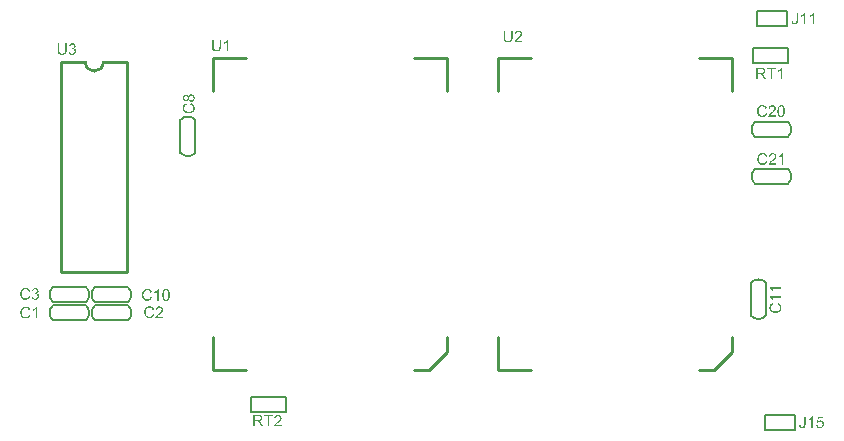
<source format=gto>
%FSLAX44Y44*%
%MOMM*%
G71*
G01*
G75*
%ADD10R,0.9652X0.8890*%
%ADD11R,1.0160X0.9398*%
%ADD12R,1.0160X0.9400*%
%ADD13R,0.5080X0.7620*%
%ADD14R,0.2600X2.0000*%
%ADD15R,2.0000X0.2600*%
%ADD16R,0.9400X1.0160*%
%ADD17R,0.9398X1.0160*%
%ADD18R,2.0320X0.6096*%
%ADD19C,0.2032*%
%ADD20C,0.2540*%
%ADD21C,0.5080*%
%ADD22C,0.3048*%
%ADD23R,2.4804X2.2690*%
%ADD24R,2.5943X2.2690*%
%ADD25R,3.0073X5.6504*%
%ADD26C,1.3000*%
%ADD27C,0.6350*%
%ADD28C,0.8128*%
%ADD29C,1.0160*%
%ADD30C,1.8080*%
%ADD31C,0.8382*%
%ADD32C,0.9398*%
%ADD33R,2.2000X0.3600*%
%ADD34R,3.0000X1.0000*%
%ADD35C,0.3302*%
%ADD36R,0.9424X1.9914*%
%ADD37R,2.5048X2.1810*%
%ADD38R,2.9171X1.1903*%
%ADD39C,0.1270*%
%ADD40C,0.1524*%
%ADD41C,0.1500*%
G36*
X667119Y519270D02*
X663909D01*
Y510652D01*
X662617D01*
Y519270D01*
X659407D01*
Y520414D01*
X667119D01*
Y519270D01*
D02*
G37*
G36*
X671428Y520444D02*
X671547Y520429D01*
X671681Y520414D01*
X671829Y520399D01*
X671992Y520355D01*
X672349Y520265D01*
X672721Y520132D01*
X672914Y520042D01*
X673092Y519939D01*
X673255Y519805D01*
X673419Y519671D01*
X673434Y519656D01*
X673449Y519641D01*
X673493Y519597D01*
X673553Y519537D01*
X673612Y519448D01*
X673687Y519359D01*
X673835Y519136D01*
X673984Y518854D01*
X674117Y518527D01*
X674221Y518156D01*
X674236Y517947D01*
X674251Y517739D01*
Y517710D01*
Y517635D01*
X674236Y517517D01*
X674221Y517368D01*
X674192Y517190D01*
X674147Y516996D01*
X674088Y516788D01*
X673998Y516580D01*
X673984Y516551D01*
X673954Y516476D01*
X673895Y516372D01*
X673805Y516224D01*
X673701Y516045D01*
X673568Y515837D01*
X673389Y515629D01*
X673196Y515392D01*
X673166Y515362D01*
X673092Y515273D01*
X672958Y515139D01*
X672869Y515050D01*
X672765Y514946D01*
X672646Y514827D01*
X672498Y514693D01*
X672349Y514560D01*
X672186Y514396D01*
X672007Y514233D01*
X671799Y514054D01*
X671591Y513876D01*
X671354Y513668D01*
X671339Y513653D01*
X671309Y513624D01*
X671250Y513579D01*
X671175Y513519D01*
X670997Y513371D01*
X670774Y513178D01*
X670551Y512970D01*
X670313Y512762D01*
X670120Y512583D01*
X670046Y512509D01*
X669972Y512435D01*
X669957Y512420D01*
X669927Y512375D01*
X669868Y512316D01*
X669793Y512227D01*
X669630Y512034D01*
X669466Y511796D01*
X674266D01*
Y510652D01*
X667802D01*
Y510667D01*
Y510726D01*
Y510815D01*
X667817Y510919D01*
X667832Y511038D01*
X667847Y511172D01*
X667891Y511320D01*
X667936Y511469D01*
Y511484D01*
X667951Y511499D01*
X667981Y511588D01*
X668040Y511707D01*
X668129Y511885D01*
X668233Y512078D01*
X668382Y512301D01*
X668530Y512524D01*
X668724Y512762D01*
Y512776D01*
X668753Y512791D01*
X668828Y512881D01*
X668946Y513014D01*
X669125Y513192D01*
X669348Y513401D01*
X669615Y513653D01*
X669942Y513936D01*
X670299Y514248D01*
X670313Y514262D01*
X670373Y514307D01*
X670447Y514366D01*
X670551Y514470D01*
X670685Y514574D01*
X670834Y514708D01*
X671160Y514991D01*
X671517Y515332D01*
X671874Y515674D01*
X672052Y515837D01*
X672201Y516001D01*
X672334Y516164D01*
X672453Y516313D01*
Y516328D01*
X672483Y516343D01*
X672513Y516387D01*
X672542Y516447D01*
X672632Y516595D01*
X672736Y516788D01*
X672840Y517011D01*
X672929Y517249D01*
X672988Y517517D01*
X673018Y517769D01*
Y517784D01*
Y517799D01*
X673003Y517888D01*
X672988Y518022D01*
X672958Y518185D01*
X672884Y518378D01*
X672795Y518572D01*
X672676Y518779D01*
X672498Y518973D01*
X672468Y518988D01*
X672409Y519047D01*
X672290Y519121D01*
X672141Y519225D01*
X671948Y519314D01*
X671725Y519389D01*
X671458Y519448D01*
X671160Y519463D01*
X671071D01*
X671012Y519448D01*
X670863Y519433D01*
X670670Y519404D01*
X670447Y519329D01*
X670210Y519240D01*
X669987Y519106D01*
X669779Y518928D01*
X669764Y518898D01*
X669704Y518839D01*
X669615Y518720D01*
X669526Y518557D01*
X669422Y518349D01*
X669348Y518111D01*
X669288Y517829D01*
X669258Y517502D01*
X668025Y517635D01*
Y517650D01*
Y517695D01*
X668040Y517769D01*
X668055Y517858D01*
X668085Y517977D01*
X668100Y518111D01*
X668189Y518408D01*
X668307Y518750D01*
X668471Y519092D01*
X668694Y519433D01*
X668813Y519582D01*
X668961Y519730D01*
X668976Y519745D01*
X669006Y519760D01*
X669051Y519805D01*
X669110Y519849D01*
X669199Y519894D01*
X669303Y519968D01*
X669422Y520028D01*
X669556Y520102D01*
X669704Y520161D01*
X669868Y520236D01*
X670061Y520295D01*
X670254Y520340D01*
X670700Y520429D01*
X670938Y520444D01*
X671190Y520459D01*
X671324D01*
X671428Y520444D01*
D02*
G37*
G36*
X654964Y520399D02*
X655083D01*
X655380Y520384D01*
X655692Y520355D01*
X656019Y520295D01*
X656331Y520236D01*
X656480Y520191D01*
X656613Y520147D01*
X656628D01*
X656643Y520132D01*
X656732Y520102D01*
X656851Y520028D01*
X657000Y519924D01*
X657178Y519805D01*
X657356Y519641D01*
X657535Y519448D01*
X657698Y519210D01*
X657713Y519181D01*
X657758Y519092D01*
X657832Y518958D01*
X657906Y518779D01*
X657980Y518557D01*
X658055Y518304D01*
X658099Y518037D01*
X658114Y517739D01*
Y517724D01*
Y517695D01*
Y517635D01*
X658099Y517561D01*
Y517472D01*
X658084Y517368D01*
X658025Y517130D01*
X657951Y516848D01*
X657832Y516566D01*
X657654Y516268D01*
X657550Y516120D01*
X657431Y515986D01*
X657401Y515956D01*
X657356Y515927D01*
X657312Y515867D01*
X657237Y515823D01*
X657148Y515748D01*
X657044Y515689D01*
X656926Y515615D01*
X656792Y515540D01*
X656628Y515466D01*
X656465Y515392D01*
X656272Y515317D01*
X656078Y515243D01*
X655856Y515184D01*
X655618Y515139D01*
X655365Y515094D01*
X655395Y515080D01*
X655454Y515050D01*
X655544Y515005D01*
X655648Y514946D01*
X655900Y514782D01*
X656034Y514693D01*
X656138Y514604D01*
X656168Y514574D01*
X656242Y514515D01*
X656346Y514396D01*
X656480Y514248D01*
X656643Y514054D01*
X656822Y513831D01*
X657015Y513579D01*
X657208Y513297D01*
X658902Y510652D01*
X657282D01*
X655989Y512673D01*
Y512687D01*
X655960Y512717D01*
X655930Y512762D01*
X655900Y512821D01*
X655796Y512970D01*
X655663Y513163D01*
X655514Y513386D01*
X655350Y513609D01*
X655202Y513817D01*
X655053Y514010D01*
X655038Y514025D01*
X654994Y514084D01*
X654920Y514173D01*
X654845Y514277D01*
X654622Y514485D01*
X654518Y514589D01*
X654399Y514664D01*
X654385Y514678D01*
X654355Y514693D01*
X654296Y514723D01*
X654221Y514768D01*
X654043Y514857D01*
X653820Y514931D01*
X653805D01*
X653775Y514946D01*
X653716D01*
X653642Y514961D01*
X653538Y514976D01*
X653419D01*
X653270Y514991D01*
X651606D01*
Y510652D01*
X650313D01*
Y520414D01*
X654845D01*
X654964Y520399D01*
D02*
G37*
G36*
X492317Y829492D02*
Y829477D01*
Y829433D01*
Y829359D01*
Y829255D01*
X492302Y829121D01*
Y828987D01*
X492287Y828824D01*
X492272Y828645D01*
X492228Y828274D01*
X492168Y827888D01*
X492094Y827501D01*
X491975Y827160D01*
Y827145D01*
X491960Y827115D01*
X491945Y827070D01*
X491916Y827011D01*
X491827Y826862D01*
X491708Y826654D01*
X491544Y826431D01*
X491336Y826194D01*
X491069Y825971D01*
X490772Y825748D01*
X490757D01*
X490727Y825718D01*
X490682Y825703D01*
X490608Y825659D01*
X490534Y825629D01*
X490430Y825584D01*
X490296Y825525D01*
X490162Y825480D01*
X490014Y825436D01*
X489836Y825376D01*
X489657Y825332D01*
X489449Y825302D01*
X489003Y825243D01*
X488498Y825213D01*
X488364D01*
X488275Y825228D01*
X488157D01*
X488023Y825243D01*
X487874Y825257D01*
X487711Y825272D01*
X487354Y825332D01*
X486983Y825406D01*
X486596Y825525D01*
X486255Y825674D01*
X486240D01*
X486210Y825703D01*
X486180Y825718D01*
X486121Y825763D01*
X485957Y825867D01*
X485779Y826030D01*
X485571Y826223D01*
X485378Y826446D01*
X485185Y826729D01*
X485021Y827041D01*
Y827056D01*
X485006Y827085D01*
X484991Y827130D01*
X484962Y827204D01*
X484932Y827293D01*
X484902Y827412D01*
X484873Y827546D01*
X484843Y827694D01*
X484798Y827858D01*
X484769Y828036D01*
X484739Y828244D01*
X484709Y828452D01*
X484679Y828690D01*
X484665Y828943D01*
X484650Y829210D01*
Y829492D01*
Y835139D01*
X485942D01*
Y829492D01*
Y829477D01*
Y829433D01*
Y829373D01*
Y829284D01*
Y829180D01*
X485957Y829061D01*
X485972Y828779D01*
X486002Y828482D01*
X486032Y828170D01*
X486091Y827873D01*
X486121Y827739D01*
X486165Y827620D01*
X486180Y827590D01*
X486210Y827516D01*
X486269Y827412D01*
X486358Y827278D01*
X486463Y827130D01*
X486611Y826966D01*
X486775Y826818D01*
X486983Y826684D01*
X487012Y826669D01*
X487087Y826639D01*
X487206Y826580D01*
X487369Y826535D01*
X487577Y826476D01*
X487815Y826416D01*
X488082Y826387D01*
X488379Y826372D01*
X488513D01*
X488617Y826387D01*
X488736D01*
X488870Y826402D01*
X489167Y826446D01*
X489509Y826535D01*
X489836Y826639D01*
X490148Y826803D01*
X490296Y826892D01*
X490415Y827011D01*
Y827026D01*
X490445Y827041D01*
X490475Y827085D01*
X490504Y827145D01*
X490564Y827219D01*
X490608Y827308D01*
X490668Y827427D01*
X490727Y827561D01*
X490772Y827724D01*
X490831Y827902D01*
X490891Y828096D01*
X490935Y828333D01*
X490965Y828586D01*
X490994Y828853D01*
X491024Y829165D01*
Y829492D01*
Y835139D01*
X492317D01*
Y829492D01*
D02*
G37*
G36*
X497324Y835169D02*
X497518Y835139D01*
X497741Y835094D01*
X497993Y835035D01*
X498246Y834946D01*
X498498Y834827D01*
X498513D01*
X498528Y834812D01*
X498617Y834767D01*
X498736Y834693D01*
X498885Y834589D01*
X499048Y834455D01*
X499226Y834292D01*
X499390Y834099D01*
X499538Y833891D01*
X499553Y833861D01*
X499598Y833787D01*
X499657Y833668D01*
X499717Y833519D01*
X499776Y833326D01*
X499836Y833118D01*
X499880Y832895D01*
X499895Y832643D01*
Y832613D01*
Y832538D01*
X499880Y832420D01*
X499851Y832271D01*
X499806Y832093D01*
X499747Y831899D01*
X499672Y831692D01*
X499553Y831498D01*
X499538Y831469D01*
X499494Y831409D01*
X499405Y831320D01*
X499301Y831201D01*
X499152Y831067D01*
X498989Y830934D01*
X498781Y830785D01*
X498543Y830666D01*
X498558D01*
X498587Y830651D01*
X498632D01*
X498691Y830622D01*
X498840Y830577D01*
X499033Y830488D01*
X499241Y830384D01*
X499464Y830235D01*
X499687Y830057D01*
X499880Y829834D01*
X499895Y829804D01*
X499954Y829715D01*
X500029Y829582D01*
X500133Y829403D01*
X500222Y829180D01*
X500296Y828913D01*
X500356Y828601D01*
X500371Y828259D01*
Y828244D01*
Y828200D01*
Y828140D01*
X500356Y828051D01*
X500341Y827932D01*
X500326Y827813D01*
X500296Y827665D01*
X500252Y827516D01*
X500148Y827174D01*
X500073Y826981D01*
X499969Y826803D01*
X499865Y826625D01*
X499747Y826446D01*
X499598Y826268D01*
X499434Y826090D01*
X499420Y826075D01*
X499390Y826045D01*
X499345Y826015D01*
X499271Y825956D01*
X499182Y825882D01*
X499063Y825807D01*
X498929Y825733D01*
X498796Y825659D01*
X498632Y825570D01*
X498454Y825495D01*
X498261Y825421D01*
X498052Y825347D01*
X497830Y825287D01*
X497592Y825257D01*
X497339Y825228D01*
X497087Y825213D01*
X496968D01*
X496879Y825228D01*
X496760Y825243D01*
X496641Y825257D01*
X496492Y825272D01*
X496344Y825302D01*
X496002Y825391D01*
X495645Y825540D01*
X495467Y825614D01*
X495304Y825718D01*
X495125Y825837D01*
X494962Y825971D01*
X494947Y825986D01*
X494932Y826001D01*
X494888Y826045D01*
X494828Y826105D01*
X494769Y826194D01*
X494694Y826283D01*
X494605Y826387D01*
X494531Y826506D01*
X494353Y826803D01*
X494204Y827145D01*
X494070Y827531D01*
X494026Y827739D01*
X493996Y827962D01*
X495200Y828125D01*
Y828111D01*
X495215Y828081D01*
Y828021D01*
X495244Y827962D01*
X495289Y827784D01*
X495363Y827561D01*
X495452Y827323D01*
X495571Y827070D01*
X495720Y826847D01*
X495883Y826654D01*
X495913Y826639D01*
X495972Y826580D01*
X496076Y826520D01*
X496225Y826431D01*
X496388Y826357D01*
X496596Y826283D01*
X496834Y826223D01*
X497087Y826208D01*
X497176D01*
X497235Y826223D01*
X497384Y826238D01*
X497577Y826283D01*
X497815Y826357D01*
X498052Y826446D01*
X498290Y826595D01*
X498513Y826788D01*
X498543Y826818D01*
X498602Y826892D01*
X498691Y827011D01*
X498810Y827189D01*
X498914Y827397D01*
X499003Y827650D01*
X499063Y827932D01*
X499093Y828244D01*
Y828259D01*
Y828274D01*
Y828318D01*
X499078Y828378D01*
X499063Y828527D01*
X499018Y828720D01*
X498959Y828928D01*
X498855Y829165D01*
X498721Y829388D01*
X498543Y829596D01*
X498513Y829626D01*
X498454Y829686D01*
X498335Y829760D01*
X498171Y829864D01*
X497978Y829968D01*
X497741Y830042D01*
X497488Y830102D01*
X497191Y830131D01*
X497057D01*
X496953Y830116D01*
X496834Y830102D01*
X496685Y830087D01*
X496522Y830057D01*
X496344Y830012D01*
X496478Y831067D01*
X496552D01*
X496611Y831052D01*
X496804D01*
X496938Y831067D01*
X497131Y831097D01*
X497339Y831142D01*
X497562Y831216D01*
X497800Y831305D01*
X498038Y831439D01*
X498067Y831454D01*
X498142Y831513D01*
X498231Y831617D01*
X498350Y831751D01*
X498469Y831914D01*
X498558Y832122D01*
X498632Y832375D01*
X498662Y832672D01*
Y832687D01*
Y832702D01*
Y832776D01*
X498632Y832895D01*
X498602Y833058D01*
X498558Y833222D01*
X498469Y833400D01*
X498365Y833593D01*
X498216Y833757D01*
X498201Y833772D01*
X498142Y833831D01*
X498038Y833905D01*
X497904Y833980D01*
X497741Y834069D01*
X497547Y834128D01*
X497324Y834188D01*
X497072Y834203D01*
X496953D01*
X496819Y834173D01*
X496671Y834143D01*
X496478Y834099D01*
X496284Y834009D01*
X496091Y833905D01*
X495898Y833757D01*
X495883Y833742D01*
X495824Y833683D01*
X495749Y833579D01*
X495660Y833430D01*
X495556Y833252D01*
X495467Y833029D01*
X495378Y832761D01*
X495318Y832449D01*
X494115Y832657D01*
Y832672D01*
X494130Y832717D01*
X494145Y832776D01*
X494160Y832850D01*
X494189Y832954D01*
X494219Y833073D01*
X494323Y833341D01*
X494442Y833638D01*
X494620Y833950D01*
X494828Y834247D01*
X495096Y834515D01*
X495111Y834529D01*
X495125Y834544D01*
X495170Y834574D01*
X495244Y834619D01*
X495318Y834663D01*
X495408Y834723D01*
X495630Y834856D01*
X495913Y834975D01*
X496255Y835079D01*
X496626Y835154D01*
X496834Y835183D01*
X497176D01*
X497324Y835169D01*
D02*
G37*
G36*
X1124001Y509285D02*
X1122797D01*
Y516922D01*
X1122782Y516908D01*
X1122723Y516848D01*
X1122619Y516774D01*
X1122485Y516670D01*
X1122322Y516536D01*
X1122129Y516402D01*
X1121906Y516239D01*
X1121653Y516090D01*
X1121638D01*
X1121623Y516076D01*
X1121534Y516016D01*
X1121401Y515942D01*
X1121237Y515853D01*
X1121044Y515749D01*
X1120836Y515659D01*
X1120613Y515555D01*
X1120405Y515466D01*
Y516640D01*
X1120420D01*
X1120450Y516655D01*
X1120509Y516685D01*
X1120568Y516729D01*
X1120658Y516774D01*
X1120761Y516818D01*
X1120999Y516952D01*
X1121267Y517116D01*
X1121564Y517309D01*
X1121861Y517532D01*
X1122143Y517769D01*
X1122158Y517784D01*
X1122173Y517799D01*
X1122262Y517888D01*
X1122396Y518022D01*
X1122560Y518186D01*
X1122738Y518394D01*
X1122916Y518616D01*
X1123080Y518854D01*
X1123213Y519092D01*
X1124001D01*
Y509285D01*
D02*
G37*
G36*
X1133065Y517755D02*
X1129172D01*
X1128637Y515125D01*
X1128652Y515139D01*
X1128681Y515154D01*
X1128726Y515184D01*
X1128785Y515229D01*
X1128875Y515273D01*
X1128964Y515318D01*
X1129201Y515437D01*
X1129469Y515555D01*
X1129781Y515645D01*
X1130123Y515719D01*
X1130479Y515749D01*
X1130598D01*
X1130687Y515734D01*
X1130806Y515719D01*
X1130925Y515704D01*
X1131074Y515674D01*
X1131222Y515645D01*
X1131564Y515526D01*
X1131742Y515466D01*
X1131921Y515377D01*
X1132114Y515273D01*
X1132292Y515154D01*
X1132470Y515020D01*
X1132634Y514857D01*
X1132649Y514842D01*
X1132679Y514813D01*
X1132723Y514768D01*
X1132768Y514694D01*
X1132842Y514604D01*
X1132916Y514500D01*
X1132990Y514382D01*
X1133080Y514248D01*
X1133169Y514084D01*
X1133243Y513921D01*
X1133317Y513728D01*
X1133392Y513535D01*
X1133436Y513312D01*
X1133481Y513089D01*
X1133511Y512836D01*
X1133525Y512584D01*
Y512569D01*
Y512524D01*
Y512450D01*
X1133511Y512361D01*
X1133496Y512242D01*
X1133481Y512108D01*
X1133466Y511960D01*
X1133436Y511796D01*
X1133332Y511440D01*
X1133198Y511068D01*
X1133109Y510860D01*
X1133005Y510667D01*
X1132887Y510474D01*
X1132753Y510295D01*
X1132738Y510280D01*
X1132708Y510251D01*
X1132649Y510191D01*
X1132574Y510117D01*
X1132485Y510028D01*
X1132366Y509924D01*
X1132233Y509820D01*
X1132069Y509716D01*
X1131906Y509597D01*
X1131713Y509493D01*
X1131490Y509389D01*
X1131267Y509300D01*
X1131014Y509226D01*
X1130762Y509166D01*
X1130479Y509136D01*
X1130182Y509122D01*
X1130048D01*
X1129959Y509136D01*
X1129855Y509151D01*
X1129722Y509166D01*
X1129573Y509181D01*
X1129409Y509211D01*
X1129068Y509300D01*
X1128711Y509434D01*
X1128533Y509523D01*
X1128354Y509627D01*
X1128176Y509731D01*
X1128013Y509864D01*
X1127998Y509879D01*
X1127983Y509894D01*
X1127938Y509939D01*
X1127879Y509998D01*
X1127820Y510073D01*
X1127745Y510162D01*
X1127671Y510266D01*
X1127582Y510384D01*
X1127418Y510667D01*
X1127255Y511009D01*
X1127136Y511395D01*
X1127092Y511618D01*
X1127062Y511841D01*
X1128325Y511930D01*
Y511915D01*
Y511885D01*
X1128340Y511841D01*
X1128354Y511781D01*
X1128399Y511618D01*
X1128458Y511410D01*
X1128533Y511187D01*
X1128652Y510964D01*
X1128785Y510741D01*
X1128964Y510548D01*
X1128993Y510533D01*
X1129053Y510474D01*
X1129157Y510414D01*
X1129305Y510325D01*
X1129484Y510251D01*
X1129692Y510177D01*
X1129930Y510117D01*
X1130182Y510102D01*
X1130271D01*
X1130331Y510117D01*
X1130494Y510132D01*
X1130702Y510177D01*
X1130925Y510266D01*
X1131178Y510370D01*
X1131415Y510533D01*
X1131534Y510622D01*
X1131653Y510741D01*
Y510756D01*
X1131683Y510771D01*
X1131742Y510860D01*
X1131846Y511009D01*
X1131950Y511202D01*
X1132054Y511454D01*
X1132158Y511752D01*
X1132218Y512093D01*
X1132247Y512480D01*
Y512495D01*
Y512524D01*
Y512584D01*
X1132233Y512643D01*
Y512732D01*
X1132218Y512836D01*
X1132173Y513074D01*
X1132114Y513327D01*
X1132010Y513594D01*
X1131861Y513862D01*
X1131668Y514099D01*
X1131638Y514129D01*
X1131564Y514188D01*
X1131445Y514292D01*
X1131267Y514396D01*
X1131059Y514500D01*
X1130791Y514604D01*
X1130494Y514664D01*
X1130167Y514694D01*
X1130063D01*
X1129959Y514679D01*
X1129811Y514664D01*
X1129647Y514619D01*
X1129469Y514575D01*
X1129291Y514500D01*
X1129112Y514411D01*
X1129097Y514396D01*
X1129038Y514367D01*
X1128949Y514307D01*
X1128845Y514233D01*
X1128741Y514129D01*
X1128622Y514010D01*
X1128503Y513876D01*
X1128399Y513728D01*
X1127270Y513891D01*
X1128221Y518899D01*
X1133065D01*
Y517755D01*
D02*
G37*
G36*
X1098208Y804715D02*
X1097004D01*
Y812353D01*
X1096989Y812338D01*
X1096930Y812279D01*
X1096826Y812204D01*
X1096692Y812100D01*
X1096529Y811966D01*
X1096336Y811833D01*
X1096113Y811669D01*
X1095860Y811521D01*
X1095845D01*
X1095830Y811506D01*
X1095741Y811446D01*
X1095608Y811372D01*
X1095444Y811283D01*
X1095251Y811179D01*
X1095043Y811090D01*
X1094820Y810986D01*
X1094612Y810897D01*
Y812070D01*
X1094627D01*
X1094657Y812085D01*
X1094716Y812115D01*
X1094775Y812160D01*
X1094865Y812204D01*
X1094969Y812249D01*
X1095206Y812383D01*
X1095474Y812546D01*
X1095771Y812739D01*
X1096068Y812962D01*
X1096350Y813200D01*
X1096365Y813215D01*
X1096380Y813230D01*
X1096469Y813319D01*
X1096603Y813452D01*
X1096767Y813616D01*
X1096945Y813824D01*
X1097123Y814047D01*
X1097287Y814285D01*
X1097420Y814522D01*
X1098208D01*
Y804715D01*
D02*
G37*
G36*
X1080689Y814463D02*
X1080808D01*
X1081105Y814448D01*
X1081417Y814418D01*
X1081744Y814359D01*
X1082056Y814299D01*
X1082205Y814255D01*
X1082338Y814210D01*
X1082353D01*
X1082368Y814195D01*
X1082457Y814166D01*
X1082576Y814091D01*
X1082725Y813987D01*
X1082903Y813868D01*
X1083081Y813705D01*
X1083260Y813512D01*
X1083423Y813274D01*
X1083438Y813244D01*
X1083483Y813155D01*
X1083557Y813021D01*
X1083631Y812843D01*
X1083706Y812620D01*
X1083780Y812368D01*
X1083824Y812100D01*
X1083839Y811803D01*
Y811788D01*
Y811758D01*
Y811699D01*
X1083824Y811625D01*
Y811536D01*
X1083810Y811432D01*
X1083750Y811194D01*
X1083676Y810911D01*
X1083557Y810629D01*
X1083379Y810332D01*
X1083275Y810183D01*
X1083156Y810050D01*
X1083126Y810020D01*
X1083081Y809990D01*
X1083037Y809931D01*
X1082962Y809886D01*
X1082873Y809812D01*
X1082769Y809753D01*
X1082651Y809678D01*
X1082517Y809604D01*
X1082353Y809530D01*
X1082190Y809455D01*
X1081997Y809381D01*
X1081804Y809307D01*
X1081581Y809247D01*
X1081343Y809203D01*
X1081090Y809158D01*
X1081120Y809143D01*
X1081179Y809113D01*
X1081269Y809069D01*
X1081373Y809009D01*
X1081625Y808846D01*
X1081759Y808757D01*
X1081863Y808668D01*
X1081893Y808638D01*
X1081967Y808579D01*
X1082071Y808460D01*
X1082205Y808311D01*
X1082368Y808118D01*
X1082546Y807895D01*
X1082740Y807643D01*
X1082933Y807360D01*
X1084627Y804715D01*
X1083007D01*
X1081714Y806736D01*
Y806751D01*
X1081685Y806781D01*
X1081655Y806825D01*
X1081625Y806885D01*
X1081521Y807033D01*
X1081387Y807226D01*
X1081239Y807449D01*
X1081075Y807672D01*
X1080927Y807880D01*
X1080778Y808073D01*
X1080763Y808088D01*
X1080719Y808148D01*
X1080645Y808237D01*
X1080570Y808341D01*
X1080347Y808549D01*
X1080243Y808653D01*
X1080124Y808727D01*
X1080110Y808742D01*
X1080080Y808757D01*
X1080020Y808787D01*
X1079946Y808831D01*
X1079768Y808920D01*
X1079545Y808995D01*
X1079530D01*
X1079500Y809009D01*
X1079441D01*
X1079367Y809024D01*
X1079263Y809039D01*
X1079144D01*
X1078995Y809054D01*
X1077331D01*
Y804715D01*
X1076038D01*
Y814478D01*
X1080570D01*
X1080689Y814463D01*
D02*
G37*
G36*
X1092844Y813334D02*
X1089634D01*
Y804715D01*
X1088342D01*
Y813334D01*
X1085132D01*
Y814478D01*
X1092844D01*
Y813334D01*
D02*
G37*
G36*
X1097546Y782656D02*
X1097725Y782627D01*
X1097933Y782597D01*
X1098170Y782538D01*
X1098408Y782448D01*
X1098631Y782344D01*
X1098661Y782330D01*
X1098735Y782285D01*
X1098839Y782211D01*
X1098988Y782122D01*
X1099136Y781988D01*
X1099300Y781824D01*
X1099463Y781646D01*
X1099612Y781438D01*
X1099626Y781408D01*
X1099671Y781334D01*
X1099745Y781200D01*
X1099835Y781037D01*
X1099924Y780829D01*
X1100028Y780576D01*
X1100132Y780294D01*
X1100221Y779982D01*
Y779967D01*
X1100236Y779937D01*
Y779893D01*
X1100251Y779818D01*
X1100280Y779744D01*
X1100295Y779640D01*
X1100310Y779506D01*
X1100340Y779373D01*
X1100355Y779209D01*
X1100369Y779046D01*
X1100399Y778853D01*
X1100414Y778644D01*
X1100429Y778422D01*
Y778199D01*
X1100444Y777679D01*
Y777664D01*
Y777604D01*
Y777515D01*
Y777396D01*
X1100429Y777248D01*
Y777084D01*
X1100414Y776891D01*
X1100399Y776683D01*
X1100355Y776237D01*
X1100295Y775777D01*
X1100206Y775316D01*
X1100146Y775108D01*
X1100087Y774900D01*
Y774885D01*
X1100072Y774855D01*
X1100057Y774796D01*
X1100028Y774722D01*
X1099983Y774633D01*
X1099939Y774544D01*
X1099820Y774306D01*
X1099671Y774038D01*
X1099493Y773771D01*
X1099285Y773503D01*
X1099032Y773266D01*
X1099017D01*
X1099002Y773236D01*
X1098958Y773221D01*
X1098913Y773176D01*
X1098750Y773087D01*
X1098557Y772983D01*
X1098289Y772879D01*
X1097992Y772790D01*
X1097650Y772731D01*
X1097264Y772701D01*
X1097130D01*
X1097026Y772716D01*
X1096907Y772731D01*
X1096774Y772760D01*
X1096625Y772790D01*
X1096461Y772820D01*
X1096105Y772939D01*
X1095912Y773028D01*
X1095733Y773117D01*
X1095540Y773236D01*
X1095362Y773370D01*
X1095199Y773518D01*
X1095035Y773697D01*
X1095020Y773711D01*
X1094990Y773756D01*
X1094946Y773830D01*
X1094886Y773934D01*
X1094812Y774068D01*
X1094738Y774231D01*
X1094649Y774425D01*
X1094560Y774662D01*
X1094470Y774915D01*
X1094381Y775212D01*
X1094307Y775539D01*
X1094233Y775896D01*
X1094173Y776297D01*
X1094129Y776713D01*
X1094099Y777188D01*
X1094084Y777679D01*
Y777694D01*
Y777753D01*
Y777842D01*
Y777961D01*
X1094099Y778110D01*
Y778273D01*
X1094114Y778466D01*
X1094129Y778674D01*
X1094173Y779120D01*
X1094233Y779581D01*
X1094307Y780041D01*
X1094366Y780249D01*
X1094426Y780457D01*
Y780472D01*
X1094441Y780502D01*
X1094470Y780561D01*
X1094500Y780636D01*
X1094530Y780725D01*
X1094574Y780829D01*
X1094693Y781067D01*
X1094842Y781334D01*
X1095020Y781601D01*
X1095228Y781854D01*
X1095481Y782092D01*
X1095496D01*
X1095510Y782122D01*
X1095555Y782151D01*
X1095614Y782181D01*
X1095763Y782270D01*
X1095971Y782389D01*
X1096224Y782493D01*
X1096536Y782582D01*
X1096878Y782642D01*
X1097264Y782671D01*
X1097398D01*
X1097546Y782656D01*
D02*
G37*
G36*
X1089968D02*
X1090087Y782642D01*
X1090221Y782627D01*
X1090369Y782612D01*
X1090533Y782567D01*
X1090889Y782478D01*
X1091261Y782344D01*
X1091454Y782255D01*
X1091632Y782151D01*
X1091796Y782018D01*
X1091959Y781884D01*
X1091974Y781869D01*
X1091989Y781854D01*
X1092033Y781809D01*
X1092093Y781750D01*
X1092152Y781661D01*
X1092227Y781572D01*
X1092375Y781349D01*
X1092524Y781067D01*
X1092658Y780740D01*
X1092762Y780368D01*
X1092776Y780160D01*
X1092791Y779952D01*
Y779922D01*
Y779848D01*
X1092776Y779729D01*
X1092762Y779581D01*
X1092732Y779402D01*
X1092687Y779209D01*
X1092628Y779001D01*
X1092539Y778793D01*
X1092524Y778763D01*
X1092494Y778689D01*
X1092435Y778585D01*
X1092346Y778437D01*
X1092242Y778258D01*
X1092108Y778050D01*
X1091929Y777842D01*
X1091736Y777604D01*
X1091707Y777575D01*
X1091632Y777486D01*
X1091499Y777352D01*
X1091410Y777263D01*
X1091305Y777159D01*
X1091187Y777040D01*
X1091038Y776906D01*
X1090889Y776772D01*
X1090726Y776609D01*
X1090548Y776445D01*
X1090340Y776267D01*
X1090132Y776089D01*
X1089894Y775881D01*
X1089879Y775866D01*
X1089849Y775836D01*
X1089790Y775792D01*
X1089715Y775732D01*
X1089537Y775584D01*
X1089314Y775390D01*
X1089091Y775182D01*
X1088854Y774974D01*
X1088661Y774796D01*
X1088586Y774722D01*
X1088512Y774648D01*
X1088497Y774633D01*
X1088467Y774588D01*
X1088408Y774529D01*
X1088334Y774439D01*
X1088170Y774246D01*
X1088007Y774008D01*
X1092806D01*
Y772864D01*
X1086342D01*
Y772879D01*
Y772939D01*
Y773028D01*
X1086357Y773132D01*
X1086372Y773251D01*
X1086387Y773384D01*
X1086432Y773533D01*
X1086476Y773682D01*
Y773697D01*
X1086491Y773711D01*
X1086521Y773801D01*
X1086580Y773919D01*
X1086669Y774098D01*
X1086773Y774291D01*
X1086922Y774514D01*
X1087071Y774737D01*
X1087264Y774974D01*
Y774989D01*
X1087293Y775004D01*
X1087368Y775093D01*
X1087487Y775227D01*
X1087665Y775405D01*
X1087888Y775613D01*
X1088155Y775866D01*
X1088482Y776148D01*
X1088839Y776460D01*
X1088854Y776475D01*
X1088913Y776520D01*
X1088987Y776579D01*
X1089091Y776683D01*
X1089225Y776787D01*
X1089374Y776921D01*
X1089701Y777203D01*
X1090057Y777545D01*
X1090414Y777887D01*
X1090592Y778050D01*
X1090741Y778214D01*
X1090874Y778377D01*
X1090993Y778526D01*
Y778540D01*
X1091023Y778555D01*
X1091053Y778600D01*
X1091083Y778659D01*
X1091172Y778808D01*
X1091276Y779001D01*
X1091380Y779224D01*
X1091469Y779462D01*
X1091528Y779729D01*
X1091558Y779982D01*
Y779997D01*
Y780012D01*
X1091543Y780101D01*
X1091528Y780235D01*
X1091499Y780398D01*
X1091424Y780591D01*
X1091335Y780784D01*
X1091216Y780992D01*
X1091038Y781185D01*
X1091008Y781200D01*
X1090949Y781260D01*
X1090830Y781334D01*
X1090681Y781438D01*
X1090488Y781527D01*
X1090265Y781601D01*
X1089998Y781661D01*
X1089701Y781676D01*
X1089612D01*
X1089552Y781661D01*
X1089404Y781646D01*
X1089210Y781616D01*
X1088987Y781542D01*
X1088750Y781453D01*
X1088527Y781319D01*
X1088319Y781141D01*
X1088304Y781111D01*
X1088244Y781052D01*
X1088155Y780933D01*
X1088066Y780769D01*
X1087962Y780561D01*
X1087888Y780324D01*
X1087828Y780041D01*
X1087799Y779714D01*
X1086565Y779848D01*
Y779863D01*
Y779908D01*
X1086580Y779982D01*
X1086595Y780071D01*
X1086625Y780190D01*
X1086640Y780324D01*
X1086729Y780621D01*
X1086848Y780963D01*
X1087011Y781304D01*
X1087234Y781646D01*
X1087353Y781795D01*
X1087502Y781943D01*
X1087516Y781958D01*
X1087546Y781973D01*
X1087591Y782018D01*
X1087650Y782062D01*
X1087739Y782107D01*
X1087843Y782181D01*
X1087962Y782240D01*
X1088096Y782315D01*
X1088244Y782374D01*
X1088408Y782448D01*
X1088601Y782508D01*
X1088794Y782552D01*
X1089240Y782642D01*
X1089478Y782656D01*
X1089730Y782671D01*
X1089864D01*
X1089968Y782656D01*
D02*
G37*
G36*
X1081964Y742198D02*
X1082083Y742184D01*
X1082231Y742169D01*
X1082395Y742154D01*
X1082573Y742124D01*
X1082959Y742035D01*
X1083375Y741901D01*
X1083583Y741812D01*
X1083791Y741708D01*
X1083985Y741589D01*
X1084178Y741456D01*
X1084193Y741441D01*
X1084222Y741426D01*
X1084267Y741381D01*
X1084341Y741322D01*
X1084415Y741248D01*
X1084519Y741144D01*
X1084623Y741040D01*
X1084727Y740921D01*
X1084846Y740772D01*
X1084950Y740623D01*
X1085069Y740445D01*
X1085188Y740252D01*
X1085292Y740059D01*
X1085396Y739836D01*
X1085574Y739361D01*
X1084297Y739063D01*
Y739078D01*
X1084282Y739108D01*
X1084267Y739167D01*
X1084237Y739242D01*
X1084193Y739331D01*
X1084148Y739435D01*
X1084044Y739658D01*
X1083910Y739910D01*
X1083732Y740178D01*
X1083539Y740415D01*
X1083301Y740623D01*
X1083271Y740638D01*
X1083182Y740698D01*
X1083048Y740772D01*
X1082855Y740876D01*
X1082632Y740965D01*
X1082350Y741040D01*
X1082038Y741099D01*
X1081681Y741114D01*
X1081577D01*
X1081503Y741099D01*
X1081399D01*
X1081295Y741084D01*
X1081028Y741040D01*
X1080730Y740980D01*
X1080418Y740876D01*
X1080106Y740742D01*
X1079809Y740564D01*
X1079794D01*
X1079779Y740534D01*
X1079690Y740460D01*
X1079557Y740341D01*
X1079393Y740178D01*
X1079230Y739970D01*
X1079051Y739732D01*
X1078888Y739435D01*
X1078754Y739108D01*
Y739093D01*
X1078739Y739063D01*
X1078724Y739019D01*
X1078710Y738944D01*
X1078680Y738870D01*
X1078665Y738766D01*
X1078606Y738528D01*
X1078546Y738246D01*
X1078502Y737934D01*
X1078472Y737592D01*
X1078457Y737236D01*
Y737221D01*
Y737176D01*
Y737117D01*
Y737028D01*
X1078472Y736924D01*
Y736790D01*
X1078487Y736656D01*
X1078502Y736507D01*
X1078546Y736166D01*
X1078606Y735794D01*
X1078695Y735423D01*
X1078814Y735066D01*
Y735051D01*
X1078828Y735022D01*
X1078858Y734977D01*
X1078888Y734918D01*
X1078962Y734739D01*
X1079081Y734546D01*
X1079245Y734308D01*
X1079438Y734085D01*
X1079661Y733863D01*
X1079928Y733670D01*
X1079943D01*
X1079958Y733655D01*
X1080002Y733625D01*
X1080062Y733595D01*
X1080225Y733536D01*
X1080433Y733447D01*
X1080671Y733372D01*
X1080953Y733298D01*
X1081265Y733239D01*
X1081592Y733224D01*
X1081696D01*
X1081770Y733239D01*
X1081860D01*
X1081979Y733253D01*
X1082231Y733298D01*
X1082514Y733372D01*
X1082825Y733491D01*
X1083123Y733640D01*
X1083420Y733848D01*
X1083435Y733863D01*
X1083450Y733877D01*
X1083539Y733967D01*
X1083672Y734115D01*
X1083836Y734308D01*
X1083999Y734576D01*
X1084178Y734888D01*
X1084326Y735274D01*
X1084445Y735705D01*
X1085738Y735378D01*
Y735363D01*
X1085723Y735304D01*
X1085693Y735230D01*
X1085664Y735111D01*
X1085604Y734992D01*
X1085545Y734828D01*
X1085485Y734665D01*
X1085396Y734487D01*
X1085203Y734085D01*
X1084936Y733684D01*
X1084638Y733298D01*
X1084460Y733120D01*
X1084267Y732956D01*
X1084252Y732941D01*
X1084222Y732926D01*
X1084163Y732882D01*
X1084074Y732822D01*
X1083970Y732763D01*
X1083851Y732689D01*
X1083717Y732615D01*
X1083554Y732540D01*
X1083375Y732466D01*
X1083182Y732392D01*
X1082959Y732317D01*
X1082736Y732258D01*
X1082246Y732154D01*
X1081979Y732139D01*
X1081696Y732124D01*
X1081548D01*
X1081429Y732139D01*
X1081295D01*
X1081146Y732154D01*
X1080968Y732184D01*
X1080790Y732198D01*
X1080374Y732288D01*
X1079943Y732392D01*
X1079527Y732555D01*
X1079319Y732644D01*
X1079126Y732763D01*
X1079111Y732778D01*
X1079081Y732793D01*
X1079036Y732837D01*
X1078962Y732882D01*
X1078784Y733030D01*
X1078576Y733239D01*
X1078323Y733491D01*
X1078085Y733818D01*
X1077833Y734190D01*
X1077625Y734621D01*
Y734635D01*
X1077610Y734680D01*
X1077580Y734739D01*
X1077551Y734828D01*
X1077506Y734947D01*
X1077461Y735081D01*
X1077417Y735230D01*
X1077372Y735408D01*
X1077328Y735586D01*
X1077283Y735794D01*
X1077194Y736240D01*
X1077134Y736716D01*
X1077120Y737236D01*
Y737251D01*
Y737310D01*
Y737384D01*
X1077134Y737488D01*
Y737622D01*
X1077149Y737785D01*
X1077164Y737949D01*
X1077194Y738142D01*
X1077268Y738558D01*
X1077357Y739004D01*
X1077506Y739464D01*
X1077699Y739895D01*
Y739910D01*
X1077729Y739940D01*
X1077759Y739999D01*
X1077803Y740089D01*
X1077863Y740178D01*
X1077937Y740282D01*
X1078130Y740534D01*
X1078353Y740817D01*
X1078635Y741099D01*
X1078977Y741381D01*
X1079349Y741619D01*
X1079363D01*
X1079393Y741649D01*
X1079453Y741678D01*
X1079542Y741708D01*
X1079631Y741753D01*
X1079750Y741812D01*
X1079898Y741857D01*
X1080047Y741916D01*
X1080210Y741976D01*
X1080389Y742020D01*
X1080790Y742124D01*
X1081236Y742184D01*
X1081711Y742213D01*
X1081860D01*
X1081964Y742198D01*
D02*
G37*
G36*
X1090300Y742080D02*
X1090418Y742065D01*
X1090552Y742050D01*
X1090701Y742035D01*
X1090864Y741991D01*
X1091221Y741901D01*
X1091592Y741768D01*
X1091786Y741678D01*
X1091964Y741574D01*
X1092127Y741441D01*
X1092291Y741307D01*
X1092306Y741292D01*
X1092320Y741277D01*
X1092365Y741233D01*
X1092424Y741173D01*
X1092484Y741084D01*
X1092558Y740995D01*
X1092707Y740772D01*
X1092855Y740490D01*
X1092989Y740163D01*
X1093093Y739791D01*
X1093108Y739583D01*
X1093123Y739375D01*
Y739346D01*
Y739271D01*
X1093108Y739152D01*
X1093093Y739004D01*
X1093063Y738826D01*
X1093019Y738632D01*
X1092959Y738424D01*
X1092870Y738216D01*
X1092855Y738187D01*
X1092826Y738112D01*
X1092766Y738008D01*
X1092677Y737860D01*
X1092573Y737681D01*
X1092439Y737473D01*
X1092261Y737265D01*
X1092068Y737028D01*
X1092038Y736998D01*
X1091964Y736909D01*
X1091830Y736775D01*
X1091741Y736686D01*
X1091637Y736582D01*
X1091518Y736463D01*
X1091369Y736329D01*
X1091221Y736196D01*
X1091057Y736032D01*
X1090879Y735869D01*
X1090671Y735690D01*
X1090463Y735512D01*
X1090225Y735304D01*
X1090210Y735289D01*
X1090181Y735259D01*
X1090121Y735215D01*
X1090047Y735155D01*
X1089869Y735007D01*
X1089646Y734814D01*
X1089423Y734606D01*
X1089185Y734398D01*
X1088992Y734219D01*
X1088918Y734145D01*
X1088843Y734071D01*
X1088829Y734056D01*
X1088799Y734011D01*
X1088739Y733952D01*
X1088665Y733863D01*
X1088502Y733670D01*
X1088338Y733432D01*
X1093138D01*
Y732288D01*
X1086674D01*
Y732302D01*
Y732362D01*
Y732451D01*
X1086689Y732555D01*
X1086704Y732674D01*
X1086719Y732808D01*
X1086763Y732956D01*
X1086808Y733105D01*
Y733120D01*
X1086823Y733135D01*
X1086852Y733224D01*
X1086912Y733343D01*
X1087001Y733521D01*
X1087105Y733714D01*
X1087253Y733937D01*
X1087402Y734160D01*
X1087595Y734398D01*
Y734412D01*
X1087625Y734427D01*
X1087699Y734516D01*
X1087818Y734650D01*
X1087997Y734828D01*
X1088219Y735036D01*
X1088487Y735289D01*
X1088814Y735571D01*
X1089170Y735883D01*
X1089185Y735898D01*
X1089245Y735943D01*
X1089319Y736002D01*
X1089423Y736106D01*
X1089557Y736210D01*
X1089705Y736344D01*
X1090032Y736626D01*
X1090389Y736968D01*
X1090745Y737310D01*
X1090924Y737473D01*
X1091072Y737637D01*
X1091206Y737800D01*
X1091325Y737949D01*
Y737964D01*
X1091355Y737979D01*
X1091384Y738023D01*
X1091414Y738083D01*
X1091503Y738231D01*
X1091607Y738424D01*
X1091711Y738647D01*
X1091800Y738885D01*
X1091860Y739152D01*
X1091889Y739405D01*
Y739420D01*
Y739435D01*
X1091875Y739524D01*
X1091860Y739658D01*
X1091830Y739821D01*
X1091756Y740014D01*
X1091667Y740207D01*
X1091548Y740415D01*
X1091369Y740609D01*
X1091340Y740623D01*
X1091280Y740683D01*
X1091161Y740757D01*
X1091013Y740861D01*
X1090820Y740950D01*
X1090597Y741025D01*
X1090329Y741084D01*
X1090032Y741099D01*
X1089943D01*
X1089883Y741084D01*
X1089735Y741069D01*
X1089542Y741040D01*
X1089319Y740965D01*
X1089081Y740876D01*
X1088858Y740742D01*
X1088650Y740564D01*
X1088635Y740534D01*
X1088576Y740475D01*
X1088487Y740356D01*
X1088398Y740193D01*
X1088294Y739985D01*
X1088219Y739747D01*
X1088160Y739464D01*
X1088130Y739138D01*
X1086897Y739271D01*
Y739286D01*
Y739331D01*
X1086912Y739405D01*
X1086927Y739494D01*
X1086956Y739613D01*
X1086971Y739747D01*
X1087060Y740044D01*
X1087179Y740386D01*
X1087343Y740727D01*
X1087566Y741069D01*
X1087684Y741218D01*
X1087833Y741366D01*
X1087848Y741381D01*
X1087878Y741396D01*
X1087922Y741441D01*
X1087982Y741485D01*
X1088071Y741530D01*
X1088175Y741604D01*
X1088294Y741664D01*
X1088427Y741738D01*
X1088576Y741797D01*
X1088739Y741872D01*
X1088933Y741931D01*
X1089126Y741976D01*
X1089572Y742065D01*
X1089809Y742080D01*
X1090062Y742094D01*
X1090196D01*
X1090300Y742080D01*
D02*
G37*
G36*
X1098933Y732288D02*
X1097729D01*
Y739925D01*
X1097714Y739910D01*
X1097655Y739851D01*
X1097551Y739777D01*
X1097417Y739672D01*
X1097254Y739539D01*
X1097060Y739405D01*
X1096838Y739242D01*
X1096585Y739093D01*
X1096570D01*
X1096555Y739078D01*
X1096466Y739019D01*
X1096332Y738944D01*
X1096169Y738855D01*
X1095976Y738751D01*
X1095768Y738662D01*
X1095545Y738558D01*
X1095337Y738469D01*
Y739643D01*
X1095352D01*
X1095381Y739658D01*
X1095441Y739687D01*
X1095500Y739732D01*
X1095589Y739777D01*
X1095693Y739821D01*
X1095931Y739955D01*
X1096199Y740118D01*
X1096496Y740311D01*
X1096793Y740534D01*
X1097075Y740772D01*
X1097090Y740787D01*
X1097105Y740802D01*
X1097194Y740891D01*
X1097328Y741025D01*
X1097491Y741188D01*
X1097670Y741396D01*
X1097848Y741619D01*
X1098011Y741857D01*
X1098145Y742094D01*
X1098933D01*
Y732288D01*
D02*
G37*
G36*
X629216Y828416D02*
X628012D01*
Y836053D01*
X627997Y836039D01*
X627938Y835979D01*
X627834Y835905D01*
X627700Y835801D01*
X627537Y835667D01*
X627343Y835534D01*
X627120Y835370D01*
X626868Y835221D01*
X626853D01*
X626838Y835207D01*
X626749Y835147D01*
X626615Y835073D01*
X626452Y834984D01*
X626259Y834880D01*
X626051Y834790D01*
X625828Y834687D01*
X625620Y834597D01*
Y835771D01*
X625634D01*
X625664Y835786D01*
X625724Y835816D01*
X625783Y835860D01*
X625872Y835905D01*
X625976Y835949D01*
X626214Y836083D01*
X626482Y836247D01*
X626779Y836440D01*
X627076Y836663D01*
X627358Y836900D01*
X627373Y836915D01*
X627388Y836930D01*
X627477Y837019D01*
X627611Y837153D01*
X627774Y837317D01*
X627952Y837525D01*
X628131Y837747D01*
X628294Y837985D01*
X628428Y838223D01*
X629216D01*
Y828416D01*
D02*
G37*
G36*
X623034Y832532D02*
Y832517D01*
Y832473D01*
Y832398D01*
Y832294D01*
X623019Y832160D01*
Y832027D01*
X623004Y831863D01*
X622990Y831685D01*
X622945Y831313D01*
X622886Y830927D01*
X622811Y830541D01*
X622692Y830199D01*
Y830184D01*
X622678Y830154D01*
X622663Y830110D01*
X622633Y830051D01*
X622544Y829902D01*
X622425Y829694D01*
X622262Y829471D01*
X622053Y829233D01*
X621786Y829010D01*
X621489Y828788D01*
X621474D01*
X621444Y828758D01*
X621400Y828743D01*
X621325Y828698D01*
X621251Y828669D01*
X621147Y828624D01*
X621013Y828565D01*
X620880Y828520D01*
X620731Y828475D01*
X620553Y828416D01*
X620374Y828371D01*
X620166Y828342D01*
X619721Y828282D01*
X619215Y828253D01*
X619082D01*
X618993Y828267D01*
X618874D01*
X618740Y828282D01*
X618591Y828297D01*
X618428Y828312D01*
X618071Y828371D01*
X617700Y828446D01*
X617313Y828565D01*
X616972Y828713D01*
X616957D01*
X616927Y828743D01*
X616897Y828758D01*
X616838Y828802D01*
X616674Y828906D01*
X616496Y829070D01*
X616288Y829263D01*
X616095Y829486D01*
X615902Y829768D01*
X615738Y830080D01*
Y830095D01*
X615724Y830125D01*
X615709Y830169D01*
X615679Y830244D01*
X615649Y830333D01*
X615620Y830452D01*
X615590Y830585D01*
X615560Y830734D01*
X615516Y830898D01*
X615486Y831076D01*
X615456Y831284D01*
X615426Y831492D01*
X615397Y831730D01*
X615382Y831982D01*
X615367Y832250D01*
Y832532D01*
Y838178D01*
X616660D01*
Y832532D01*
Y832517D01*
Y832473D01*
Y832413D01*
Y832324D01*
Y832220D01*
X616674Y832101D01*
X616689Y831819D01*
X616719Y831522D01*
X616749Y831209D01*
X616808Y830912D01*
X616838Y830779D01*
X616883Y830660D01*
X616897Y830630D01*
X616927Y830556D01*
X616987Y830452D01*
X617076Y830318D01*
X617180Y830169D01*
X617328Y830006D01*
X617492Y829857D01*
X617700Y829724D01*
X617729Y829709D01*
X617804Y829679D01*
X617923Y829620D01*
X618086Y829575D01*
X618294Y829516D01*
X618532Y829456D01*
X618799Y829426D01*
X619097Y829412D01*
X619230D01*
X619334Y829426D01*
X619453D01*
X619587Y829441D01*
X619884Y829486D01*
X620226Y829575D01*
X620553Y829679D01*
X620865Y829843D01*
X621013Y829932D01*
X621132Y830051D01*
Y830065D01*
X621162Y830080D01*
X621192Y830125D01*
X621221Y830184D01*
X621281Y830258D01*
X621325Y830348D01*
X621385Y830467D01*
X621444Y830600D01*
X621489Y830764D01*
X621548Y830942D01*
X621608Y831135D01*
X621652Y831373D01*
X621682Y831626D01*
X621712Y831893D01*
X621741Y832205D01*
Y832532D01*
Y838178D01*
X623034D01*
Y832532D01*
D02*
G37*
G36*
X869923Y840166D02*
Y840152D01*
Y840107D01*
Y840033D01*
Y839929D01*
X869909Y839795D01*
Y839661D01*
X869894Y839498D01*
X869879Y839319D01*
X869834Y838948D01*
X869775Y838562D01*
X869700Y838175D01*
X869582Y837833D01*
Y837819D01*
X869567Y837789D01*
X869552Y837744D01*
X869522Y837685D01*
X869433Y837536D01*
X869314Y837328D01*
X869151Y837105D01*
X868943Y836868D01*
X868675Y836645D01*
X868378Y836422D01*
X868363D01*
X868333Y836392D01*
X868289Y836377D01*
X868215Y836333D01*
X868140Y836303D01*
X868036Y836258D01*
X867903Y836199D01*
X867769Y836154D01*
X867620Y836110D01*
X867442Y836050D01*
X867264Y836006D01*
X867056Y835976D01*
X866610Y835917D01*
X866105Y835887D01*
X865971D01*
X865882Y835902D01*
X865763D01*
X865629Y835917D01*
X865480Y835932D01*
X865317Y835946D01*
X864960Y836006D01*
X864589Y836080D01*
X864203Y836199D01*
X863861Y836348D01*
X863846D01*
X863816Y836377D01*
X863787Y836392D01*
X863727Y836437D01*
X863564Y836541D01*
X863385Y836704D01*
X863177Y836897D01*
X862984Y837120D01*
X862791Y837403D01*
X862628Y837715D01*
Y837729D01*
X862613Y837759D01*
X862598Y837804D01*
X862568Y837878D01*
X862538Y837967D01*
X862509Y838086D01*
X862479Y838220D01*
X862449Y838368D01*
X862405Y838532D01*
X862375Y838710D01*
X862345Y838918D01*
X862316Y839126D01*
X862286Y839364D01*
X862271Y839617D01*
X862256Y839884D01*
Y840166D01*
Y845813D01*
X863549D01*
Y840166D01*
Y840152D01*
Y840107D01*
Y840048D01*
Y839958D01*
Y839854D01*
X863564Y839735D01*
X863579Y839453D01*
X863608Y839156D01*
X863638Y838844D01*
X863697Y838547D01*
X863727Y838413D01*
X863772Y838294D01*
X863787Y838264D01*
X863816Y838190D01*
X863876Y838086D01*
X863965Y837952D01*
X864069Y837804D01*
X864218Y837640D01*
X864381Y837492D01*
X864589Y837358D01*
X864619Y837343D01*
X864693Y837313D01*
X864812Y837254D01*
X864975Y837209D01*
X865183Y837150D01*
X865421Y837091D01*
X865688Y837061D01*
X865986Y837046D01*
X866120D01*
X866224Y837061D01*
X866342D01*
X866476Y837076D01*
X866773Y837120D01*
X867115Y837209D01*
X867442Y837313D01*
X867754Y837477D01*
X867903Y837566D01*
X868021Y837685D01*
Y837700D01*
X868051Y837715D01*
X868081Y837759D01*
X868111Y837819D01*
X868170Y837893D01*
X868215Y837982D01*
X868274Y838101D01*
X868333Y838235D01*
X868378Y838398D01*
X868438Y838577D01*
X868497Y838770D01*
X868541Y839007D01*
X868571Y839260D01*
X868601Y839527D01*
X868631Y839839D01*
Y840166D01*
Y845813D01*
X869923D01*
Y840166D01*
D02*
G37*
G36*
X1081632Y782775D02*
X1081751Y782760D01*
X1081900Y782746D01*
X1082063Y782731D01*
X1082241Y782701D01*
X1082628Y782612D01*
X1083044Y782478D01*
X1083252Y782389D01*
X1083460Y782285D01*
X1083653Y782166D01*
X1083846Y782032D01*
X1083861Y782018D01*
X1083891Y782003D01*
X1083935Y781958D01*
X1084010Y781899D01*
X1084084Y781824D01*
X1084188Y781720D01*
X1084292Y781616D01*
X1084396Y781497D01*
X1084515Y781349D01*
X1084619Y781200D01*
X1084738Y781022D01*
X1084857Y780829D01*
X1084961Y780636D01*
X1085065Y780413D01*
X1085243Y779937D01*
X1083965Y779640D01*
Y779655D01*
X1083950Y779685D01*
X1083935Y779744D01*
X1083906Y779818D01*
X1083861Y779908D01*
X1083817Y780012D01*
X1083712Y780235D01*
X1083579Y780487D01*
X1083400Y780754D01*
X1083207Y780992D01*
X1082970Y781200D01*
X1082940Y781215D01*
X1082851Y781275D01*
X1082717Y781349D01*
X1082524Y781453D01*
X1082301Y781542D01*
X1082019Y781616D01*
X1081706Y781676D01*
X1081350Y781691D01*
X1081246D01*
X1081172Y781676D01*
X1081068D01*
X1080964Y781661D01*
X1080696Y781616D01*
X1080399Y781557D01*
X1080087Y781453D01*
X1079775Y781319D01*
X1079478Y781141D01*
X1079463D01*
X1079448Y781111D01*
X1079359Y781037D01*
X1079225Y780918D01*
X1079062Y780754D01*
X1078898Y780546D01*
X1078720Y780309D01*
X1078556Y780012D01*
X1078423Y779685D01*
Y779670D01*
X1078408Y779640D01*
X1078393Y779595D01*
X1078378Y779521D01*
X1078348Y779447D01*
X1078334Y779343D01*
X1078274Y779105D01*
X1078215Y778823D01*
X1078170Y778511D01*
X1078140Y778169D01*
X1078126Y777812D01*
Y777798D01*
Y777753D01*
Y777694D01*
Y777604D01*
X1078140Y777500D01*
Y777367D01*
X1078155Y777233D01*
X1078170Y777084D01*
X1078215Y776743D01*
X1078274Y776371D01*
X1078363Y776000D01*
X1078482Y775643D01*
Y775628D01*
X1078497Y775598D01*
X1078527Y775554D01*
X1078556Y775494D01*
X1078631Y775316D01*
X1078750Y775123D01*
X1078913Y774885D01*
X1079106Y774662D01*
X1079329Y774439D01*
X1079596Y774246D01*
X1079611D01*
X1079626Y774231D01*
X1079671Y774202D01*
X1079730Y774172D01*
X1079894Y774112D01*
X1080102Y774023D01*
X1080340Y773949D01*
X1080622Y773875D01*
X1080934Y773815D01*
X1081261Y773801D01*
X1081365D01*
X1081439Y773815D01*
X1081528D01*
X1081647Y773830D01*
X1081900Y773875D01*
X1082182Y773949D01*
X1082494Y774068D01*
X1082791Y774217D01*
X1083088Y774425D01*
X1083103Y774439D01*
X1083118Y774454D01*
X1083207Y774544D01*
X1083341Y774692D01*
X1083504Y774885D01*
X1083668Y775153D01*
X1083846Y775465D01*
X1083995Y775851D01*
X1084114Y776282D01*
X1085406Y775955D01*
Y775940D01*
X1085392Y775881D01*
X1085362Y775807D01*
X1085332Y775688D01*
X1085273Y775569D01*
X1085213Y775405D01*
X1085154Y775242D01*
X1085065Y775063D01*
X1084872Y774662D01*
X1084604Y774261D01*
X1084307Y773875D01*
X1084128Y773697D01*
X1083935Y773533D01*
X1083921Y773518D01*
X1083891Y773503D01*
X1083831Y773459D01*
X1083742Y773399D01*
X1083638Y773340D01*
X1083519Y773266D01*
X1083386Y773191D01*
X1083222Y773117D01*
X1083044Y773043D01*
X1082851Y772968D01*
X1082628Y772894D01*
X1082405Y772835D01*
X1081915Y772731D01*
X1081647Y772716D01*
X1081365Y772701D01*
X1081216D01*
X1081097Y772716D01*
X1080964D01*
X1080815Y772731D01*
X1080637Y772760D01*
X1080458Y772775D01*
X1080042Y772864D01*
X1079611Y772968D01*
X1079195Y773132D01*
X1078987Y773221D01*
X1078794Y773340D01*
X1078779Y773355D01*
X1078750Y773370D01*
X1078705Y773414D01*
X1078631Y773459D01*
X1078452Y773607D01*
X1078244Y773815D01*
X1077992Y774068D01*
X1077754Y774395D01*
X1077501Y774766D01*
X1077293Y775197D01*
Y775212D01*
X1077279Y775257D01*
X1077249Y775316D01*
X1077219Y775405D01*
X1077175Y775524D01*
X1077130Y775658D01*
X1077085Y775807D01*
X1077041Y775985D01*
X1076996Y776163D01*
X1076952Y776371D01*
X1076862Y776817D01*
X1076803Y777292D01*
X1076788Y777812D01*
Y777827D01*
Y777887D01*
Y777961D01*
X1076803Y778065D01*
Y778199D01*
X1076818Y778362D01*
X1076833Y778526D01*
X1076862Y778719D01*
X1076937Y779135D01*
X1077026Y779581D01*
X1077175Y780041D01*
X1077368Y780472D01*
Y780487D01*
X1077397Y780517D01*
X1077427Y780576D01*
X1077472Y780665D01*
X1077531Y780754D01*
X1077605Y780859D01*
X1077799Y781111D01*
X1078021Y781394D01*
X1078304Y781676D01*
X1078646Y781958D01*
X1079017Y782196D01*
X1079032D01*
X1079062Y782226D01*
X1079121Y782255D01*
X1079210Y782285D01*
X1079299Y782330D01*
X1079418Y782389D01*
X1079567Y782434D01*
X1079715Y782493D01*
X1079879Y782552D01*
X1080057Y782597D01*
X1080458Y782701D01*
X1080904Y782760D01*
X1081380Y782790D01*
X1081528D01*
X1081632Y782775D01*
D02*
G37*
G36*
X875050Y845843D02*
X875169Y845828D01*
X875302Y845813D01*
X875451Y845798D01*
X875614Y845753D01*
X875971Y845664D01*
X876342Y845530D01*
X876536Y845441D01*
X876714Y845337D01*
X876877Y845204D01*
X877041Y845070D01*
X877056Y845055D01*
X877070Y845040D01*
X877115Y844995D01*
X877175Y844936D01*
X877234Y844847D01*
X877308Y844758D01*
X877457Y844535D01*
X877606Y844253D01*
X877739Y843926D01*
X877843Y843554D01*
X877858Y843346D01*
X877873Y843138D01*
Y843108D01*
Y843034D01*
X877858Y842915D01*
X877843Y842767D01*
X877813Y842588D01*
X877769Y842395D01*
X877710Y842187D01*
X877620Y841979D01*
X877606Y841949D01*
X877576Y841875D01*
X877516Y841771D01*
X877427Y841622D01*
X877323Y841444D01*
X877189Y841236D01*
X877011Y841028D01*
X876818Y840790D01*
X876788Y840761D01*
X876714Y840672D01*
X876580Y840538D01*
X876491Y840449D01*
X876387Y840345D01*
X876268Y840226D01*
X876120Y840092D01*
X875971Y839958D01*
X875807Y839795D01*
X875629Y839631D01*
X875421Y839453D01*
X875213Y839275D01*
X874975Y839067D01*
X874961Y839052D01*
X874931Y839022D01*
X874871Y838978D01*
X874797Y838918D01*
X874619Y838770D01*
X874396Y838577D01*
X874173Y838368D01*
X873935Y838160D01*
X873742Y837982D01*
X873668Y837908D01*
X873594Y837833D01*
X873579Y837819D01*
X873549Y837774D01*
X873490Y837715D01*
X873415Y837626D01*
X873252Y837432D01*
X873088Y837195D01*
X877888D01*
Y836050D01*
X871424D01*
Y836065D01*
Y836125D01*
Y836214D01*
X871439Y836318D01*
X871454Y836437D01*
X871469Y836571D01*
X871513Y836719D01*
X871558Y836868D01*
Y836882D01*
X871573Y836897D01*
X871602Y836986D01*
X871662Y837105D01*
X871751Y837284D01*
X871855Y837477D01*
X872004Y837700D01*
X872152Y837923D01*
X872345Y838160D01*
Y838175D01*
X872375Y838190D01*
X872449Y838279D01*
X872568Y838413D01*
X872747Y838591D01*
X872970Y838799D01*
X873237Y839052D01*
X873564Y839334D01*
X873920Y839646D01*
X873935Y839661D01*
X873995Y839706D01*
X874069Y839765D01*
X874173Y839869D01*
X874307Y839973D01*
X874455Y840107D01*
X874782Y840389D01*
X875139Y840731D01*
X875496Y841073D01*
X875674Y841236D01*
X875822Y841400D01*
X875956Y841563D01*
X876075Y841712D01*
Y841727D01*
X876105Y841741D01*
X876134Y841786D01*
X876164Y841845D01*
X876253Y841994D01*
X876357Y842187D01*
X876461Y842410D01*
X876551Y842648D01*
X876610Y842915D01*
X876640Y843168D01*
Y843183D01*
Y843198D01*
X876625Y843287D01*
X876610Y843420D01*
X876580Y843584D01*
X876506Y843777D01*
X876417Y843970D01*
X876298Y844178D01*
X876120Y844371D01*
X876090Y844386D01*
X876030Y844446D01*
X875911Y844520D01*
X875763Y844624D01*
X875570Y844713D01*
X875347Y844788D01*
X875079Y844847D01*
X874782Y844862D01*
X874693D01*
X874634Y844847D01*
X874485Y844832D01*
X874292Y844802D01*
X874069Y844728D01*
X873831Y844639D01*
X873608Y844505D01*
X873400Y844327D01*
X873385Y844297D01*
X873326Y844238D01*
X873237Y844119D01*
X873148Y843955D01*
X873044Y843747D01*
X872970Y843510D01*
X872910Y843227D01*
X872880Y842900D01*
X871647Y843034D01*
Y843049D01*
Y843094D01*
X871662Y843168D01*
X871677Y843257D01*
X871706Y843376D01*
X871721Y843510D01*
X871810Y843807D01*
X871929Y844149D01*
X872093Y844490D01*
X872316Y844832D01*
X872434Y844981D01*
X872583Y845129D01*
X872598Y845144D01*
X872628Y845159D01*
X872672Y845204D01*
X872732Y845248D01*
X872821Y845293D01*
X872925Y845367D01*
X873044Y845426D01*
X873177Y845501D01*
X873326Y845560D01*
X873490Y845635D01*
X873683Y845694D01*
X873876Y845739D01*
X874322Y845828D01*
X874559Y845843D01*
X874812Y845857D01*
X874946D01*
X875050Y845843D01*
D02*
G37*
G36*
X1117864Y512391D02*
Y512376D01*
Y512331D01*
Y512272D01*
Y512182D01*
X1117849Y512078D01*
Y511960D01*
X1117834Y511692D01*
X1117790Y511380D01*
X1117745Y511068D01*
X1117671Y510756D01*
X1117567Y510489D01*
X1117552Y510459D01*
X1117507Y510384D01*
X1117433Y510266D01*
X1117344Y510117D01*
X1117210Y509939D01*
X1117047Y509775D01*
X1116839Y509612D01*
X1116616Y509463D01*
X1116586Y509448D01*
X1116497Y509404D01*
X1116363Y509359D01*
X1116185Y509300D01*
X1115962Y509226D01*
X1115710Y509181D01*
X1115412Y509136D01*
X1115100Y509122D01*
X1114981D01*
X1114892Y509136D01*
X1114788Y509151D01*
X1114654Y509166D01*
X1114372Y509211D01*
X1114060Y509300D01*
X1113733Y509434D01*
X1113570Y509508D01*
X1113421Y509612D01*
X1113273Y509716D01*
X1113139Y509850D01*
Y509864D01*
X1113109Y509879D01*
X1113079Y509924D01*
X1113035Y509983D01*
X1112975Y510073D01*
X1112931Y510162D01*
X1112857Y510280D01*
X1112797Y510399D01*
X1112738Y510548D01*
X1112678Y510711D01*
X1112619Y510890D01*
X1112574Y511098D01*
X1112530Y511306D01*
X1112500Y511544D01*
X1112485Y511781D01*
Y512049D01*
X1113644Y512212D01*
Y512197D01*
Y512168D01*
Y512108D01*
X1113659Y512034D01*
Y511945D01*
X1113674Y511841D01*
X1113718Y511603D01*
X1113763Y511335D01*
X1113837Y511083D01*
X1113941Y510860D01*
X1114001Y510756D01*
X1114060Y510667D01*
X1114075Y510652D01*
X1114134Y510607D01*
X1114209Y510533D01*
X1114328Y510474D01*
X1114476Y510399D01*
X1114654Y510325D01*
X1114863Y510280D01*
X1115100Y510266D01*
X1115189D01*
X1115279Y510280D01*
X1115383Y510295D01*
X1115516Y510325D01*
X1115665Y510355D01*
X1115799Y510414D01*
X1115932Y510489D01*
X1115947Y510503D01*
X1115992Y510533D01*
X1116051Y510578D01*
X1116125Y510652D01*
X1116215Y510726D01*
X1116289Y510830D01*
X1116363Y510949D01*
X1116423Y511083D01*
Y511098D01*
X1116452Y511157D01*
X1116467Y511246D01*
X1116497Y511380D01*
X1116527Y511558D01*
X1116542Y511766D01*
X1116571Y512019D01*
Y512316D01*
Y519047D01*
X1117864D01*
Y512391D01*
D02*
G37*
G36*
X597975Y791903D02*
X598078Y791888D01*
X598212Y791873D01*
X598509Y791813D01*
X598836Y791694D01*
X599015Y791635D01*
X599193Y791546D01*
X599371Y791442D01*
X599550Y791323D01*
X599713Y791189D01*
X599877Y791026D01*
X599891Y791011D01*
X599906Y790981D01*
X599951Y790937D01*
X600010Y790862D01*
X600070Y790773D01*
X600144Y790669D01*
X600218Y790550D01*
X600293Y790402D01*
X600382Y790238D01*
X600456Y790060D01*
X600530Y789867D01*
X600590Y789659D01*
X600649Y789451D01*
X600694Y789213D01*
X600709Y788960D01*
X600723Y788693D01*
Y788678D01*
Y788634D01*
Y788559D01*
X600709Y788455D01*
X600694Y788336D01*
X600679Y788188D01*
X600649Y788039D01*
X600619Y787861D01*
X600515Y787489D01*
X600441Y787296D01*
X600367Y787103D01*
X600263Y786910D01*
X600159Y786717D01*
X600025Y786538D01*
X599877Y786360D01*
X599862Y786345D01*
X599832Y786316D01*
X599787Y786286D01*
X599728Y786226D01*
X599639Y786152D01*
X599535Y786078D01*
X599416Y786003D01*
X599282Y785929D01*
X599133Y785840D01*
X598970Y785766D01*
X598614Y785617D01*
X598405Y785558D01*
X598197Y785528D01*
X597975Y785498D01*
X597737Y785483D01*
X597648D01*
X597573Y785498D01*
X597499D01*
X597395Y785513D01*
X597187Y785543D01*
X596934Y785602D01*
X596667Y785692D01*
X596399Y785796D01*
X596147Y785959D01*
X596132D01*
X596117Y785989D01*
X596043Y786048D01*
X595924Y786167D01*
X595790Y786316D01*
X595642Y786509D01*
X595493Y786747D01*
X595359Y787029D01*
X595255Y787341D01*
Y787326D01*
X595241Y787311D01*
X595211Y787222D01*
X595136Y787088D01*
X595062Y786925D01*
X594943Y786732D01*
X594810Y786553D01*
X594661Y786375D01*
X594483Y786226D01*
X594453Y786212D01*
X594394Y786167D01*
X594290Y786107D01*
X594141Y786048D01*
X593963Y785989D01*
X593755Y785929D01*
X593532Y785885D01*
X593279Y785870D01*
X593175D01*
X593101Y785885D01*
X593012Y785900D01*
X592908Y785914D01*
X592655Y785959D01*
X592373Y786048D01*
X592076Y786197D01*
X591912Y786271D01*
X591763Y786375D01*
X591615Y786494D01*
X591481Y786628D01*
X591466Y786643D01*
X591451Y786657D01*
X591407Y786702D01*
X591362Y786761D01*
X591318Y786851D01*
X591243Y786940D01*
X591184Y787044D01*
X591110Y787177D01*
X590976Y787460D01*
X590872Y787816D01*
X590783Y788217D01*
X590768Y788426D01*
X590753Y788663D01*
Y788678D01*
Y788723D01*
Y788782D01*
X590768Y788871D01*
Y788990D01*
X590798Y789109D01*
X590842Y789406D01*
X590931Y789733D01*
X591065Y790075D01*
X591154Y790253D01*
X591243Y790417D01*
X591362Y790580D01*
X591496Y790729D01*
X591511Y790744D01*
X591526Y790758D01*
X591570Y790803D01*
X591630Y790848D01*
X591704Y790907D01*
X591793Y790981D01*
X592001Y791130D01*
X592269Y791264D01*
X592581Y791397D01*
X592923Y791487D01*
X593116Y791501D01*
X593309Y791516D01*
X593428D01*
X593546Y791501D01*
X593710Y791472D01*
X593903Y791427D01*
X594096Y791368D01*
X594304Y791279D01*
X594497Y791160D01*
X594512Y791145D01*
X594572Y791100D01*
X594661Y791011D01*
X594780Y790892D01*
X594899Y790744D01*
X595018Y790550D01*
X595151Y790328D01*
X595255Y790075D01*
Y790090D01*
X595270Y790119D01*
X595285Y790164D01*
X595315Y790223D01*
X595389Y790387D01*
X595478Y790580D01*
X595612Y790803D01*
X595775Y791026D01*
X595983Y791249D01*
X596206Y791442D01*
X596236Y791457D01*
X596325Y791516D01*
X596459Y791590D01*
X596652Y791680D01*
X596875Y791769D01*
X597142Y791843D01*
X597440Y791903D01*
X597766Y791917D01*
X597885D01*
X597975Y791903D01*
D02*
G37*
G36*
X465947Y627783D02*
X466140Y627753D01*
X466363Y627708D01*
X466616Y627649D01*
X466868Y627560D01*
X467121Y627441D01*
X467136D01*
X467151Y627426D01*
X467240Y627381D01*
X467359Y627307D01*
X467507Y627203D01*
X467671Y627069D01*
X467849Y626906D01*
X468013Y626713D01*
X468161Y626505D01*
X468176Y626475D01*
X468221Y626401D01*
X468280Y626282D01*
X468340Y626133D01*
X468399Y625940D01*
X468458Y625732D01*
X468503Y625509D01*
X468518Y625256D01*
Y625227D01*
Y625152D01*
X468503Y625033D01*
X468473Y624885D01*
X468429Y624707D01*
X468369Y624514D01*
X468295Y624305D01*
X468176Y624112D01*
X468161Y624083D01*
X468117Y624023D01*
X468027Y623934D01*
X467923Y623815D01*
X467775Y623681D01*
X467611Y623548D01*
X467403Y623399D01*
X467166Y623280D01*
X467180D01*
X467210Y623265D01*
X467255D01*
X467314Y623236D01*
X467463Y623191D01*
X467656Y623102D01*
X467864Y622998D01*
X468087Y622849D01*
X468310Y622671D01*
X468503Y622448D01*
X468518Y622418D01*
X468577Y622329D01*
X468652Y622196D01*
X468755Y622017D01*
X468845Y621794D01*
X468919Y621527D01*
X468978Y621215D01*
X468993Y620873D01*
Y620858D01*
Y620814D01*
Y620754D01*
X468978Y620665D01*
X468964Y620546D01*
X468949Y620427D01*
X468919Y620279D01*
X468874Y620130D01*
X468770Y619788D01*
X468696Y619595D01*
X468592Y619417D01*
X468488Y619239D01*
X468369Y619060D01*
X468221Y618882D01*
X468057Y618704D01*
X468042Y618689D01*
X468013Y618659D01*
X467968Y618629D01*
X467894Y618570D01*
X467805Y618496D01*
X467686Y618421D01*
X467552Y618347D01*
X467418Y618273D01*
X467255Y618184D01*
X467076Y618109D01*
X466883Y618035D01*
X466675Y617961D01*
X466452Y617901D01*
X466215Y617872D01*
X465962Y617842D01*
X465709Y617827D01*
X465591D01*
X465501Y617842D01*
X465382Y617857D01*
X465264Y617872D01*
X465115Y617886D01*
X464967Y617916D01*
X464625Y618005D01*
X464268Y618154D01*
X464090Y618228D01*
X463926Y618332D01*
X463748Y618451D01*
X463585Y618585D01*
X463570Y618600D01*
X463555Y618615D01*
X463510Y618659D01*
X463451Y618718D01*
X463391Y618808D01*
X463317Y618897D01*
X463228Y619001D01*
X463154Y619120D01*
X462975Y619417D01*
X462827Y619759D01*
X462693Y620145D01*
X462649Y620353D01*
X462619Y620576D01*
X463822Y620739D01*
Y620724D01*
X463837Y620695D01*
Y620635D01*
X463867Y620576D01*
X463912Y620397D01*
X463986Y620175D01*
X464075Y619937D01*
X464194Y619684D01*
X464342Y619461D01*
X464506Y619268D01*
X464536Y619253D01*
X464595Y619194D01*
X464699Y619134D01*
X464848Y619045D01*
X465011Y618971D01*
X465219Y618897D01*
X465457Y618837D01*
X465709Y618823D01*
X465799D01*
X465858Y618837D01*
X466007Y618852D01*
X466200Y618897D01*
X466437Y618971D01*
X466675Y619060D01*
X466913Y619209D01*
X467136Y619402D01*
X467166Y619432D01*
X467225Y619506D01*
X467314Y619625D01*
X467433Y619803D01*
X467537Y620011D01*
X467626Y620264D01*
X467686Y620546D01*
X467715Y620858D01*
Y620873D01*
Y620888D01*
Y620933D01*
X467701Y620992D01*
X467686Y621141D01*
X467641Y621334D01*
X467582Y621542D01*
X467478Y621779D01*
X467344Y622002D01*
X467166Y622210D01*
X467136Y622240D01*
X467076Y622299D01*
X466958Y622374D01*
X466794Y622478D01*
X466601Y622582D01*
X466363Y622656D01*
X466111Y622715D01*
X465813Y622745D01*
X465680D01*
X465576Y622730D01*
X465457Y622715D01*
X465308Y622701D01*
X465145Y622671D01*
X464967Y622626D01*
X465100Y623681D01*
X465174D01*
X465234Y623666D01*
X465427D01*
X465561Y623681D01*
X465754Y623711D01*
X465962Y623756D01*
X466185Y623830D01*
X466423Y623919D01*
X466660Y624053D01*
X466690Y624068D01*
X466764Y624127D01*
X466854Y624231D01*
X466972Y624365D01*
X467091Y624528D01*
X467180Y624736D01*
X467255Y624989D01*
X467285Y625286D01*
Y625301D01*
Y625316D01*
Y625390D01*
X467255Y625509D01*
X467225Y625672D01*
X467180Y625836D01*
X467091Y626014D01*
X466987Y626207D01*
X466839Y626371D01*
X466824Y626386D01*
X466764Y626445D01*
X466660Y626519D01*
X466527Y626594D01*
X466363Y626683D01*
X466170Y626742D01*
X465947Y626802D01*
X465695Y626817D01*
X465576D01*
X465442Y626787D01*
X465293Y626757D01*
X465100Y626713D01*
X464907Y626623D01*
X464714Y626519D01*
X464521Y626371D01*
X464506Y626356D01*
X464446Y626297D01*
X464372Y626193D01*
X464283Y626044D01*
X464179Y625866D01*
X464090Y625643D01*
X464001Y625375D01*
X463941Y625063D01*
X462738Y625271D01*
Y625286D01*
X462752Y625331D01*
X462767Y625390D01*
X462782Y625465D01*
X462812Y625569D01*
X462842Y625687D01*
X462946Y625955D01*
X463064Y626252D01*
X463243Y626564D01*
X463451Y626861D01*
X463718Y627129D01*
X463733Y627144D01*
X463748Y627158D01*
X463793Y627188D01*
X463867Y627233D01*
X463941Y627277D01*
X464030Y627337D01*
X464253Y627470D01*
X464536Y627589D01*
X464877Y627693D01*
X465249Y627768D01*
X465457Y627797D01*
X465799D01*
X465947Y627783D01*
D02*
G37*
G36*
X560822Y627113D02*
X560941Y627098D01*
X561089Y627084D01*
X561253Y627069D01*
X561431Y627039D01*
X561817Y626950D01*
X562233Y626816D01*
X562441Y626727D01*
X562649Y626623D01*
X562843Y626504D01*
X563036Y626370D01*
X563051Y626355D01*
X563080Y626341D01*
X563125Y626296D01*
X563199Y626236D01*
X563274Y626162D01*
X563378Y626058D01*
X563482Y625954D01*
X563586Y625835D01*
X563704Y625687D01*
X563809Y625538D01*
X563927Y625360D01*
X564046Y625167D01*
X564150Y624973D01*
X564254Y624751D01*
X564433Y624275D01*
X563155Y623978D01*
Y623993D01*
X563140Y624023D01*
X563125Y624082D01*
X563095Y624156D01*
X563051Y624245D01*
X563006Y624349D01*
X562902Y624572D01*
X562768Y624825D01*
X562590Y625092D01*
X562397Y625330D01*
X562159Y625538D01*
X562129Y625553D01*
X562040Y625612D01*
X561907Y625687D01*
X561713Y625791D01*
X561491Y625880D01*
X561208Y625954D01*
X560896Y626014D01*
X560540Y626029D01*
X560435D01*
X560361Y626014D01*
X560257D01*
X560153Y625999D01*
X559886Y625954D01*
X559589Y625895D01*
X559277Y625791D01*
X558965Y625657D01*
X558667Y625479D01*
X558652D01*
X558638Y625449D01*
X558548Y625375D01*
X558415Y625256D01*
X558251Y625092D01*
X558088Y624884D01*
X557910Y624647D01*
X557746Y624349D01*
X557612Y624023D01*
Y624008D01*
X557597Y623978D01*
X557583Y623933D01*
X557568Y623859D01*
X557538Y623785D01*
X557523Y623681D01*
X557464Y623443D01*
X557404Y623161D01*
X557360Y622849D01*
X557330Y622507D01*
X557315Y622150D01*
Y622136D01*
Y622091D01*
Y622031D01*
Y621942D01*
X557330Y621838D01*
Y621704D01*
X557345Y621571D01*
X557360Y621422D01*
X557404Y621081D01*
X557464Y620709D01*
X557553Y620337D01*
X557672Y619981D01*
Y619966D01*
X557687Y619936D01*
X557716Y619892D01*
X557746Y619832D01*
X557820Y619654D01*
X557939Y619461D01*
X558103Y619223D01*
X558296Y619000D01*
X558519Y618777D01*
X558786Y618584D01*
X558801D01*
X558816Y618569D01*
X558861Y618540D01*
X558920Y618510D01*
X559083Y618450D01*
X559291Y618361D01*
X559529Y618287D01*
X559811Y618213D01*
X560123Y618153D01*
X560450Y618138D01*
X560554D01*
X560629Y618153D01*
X560718D01*
X560837Y618168D01*
X561089Y618213D01*
X561372Y618287D01*
X561684Y618406D01*
X561981Y618554D01*
X562278Y618763D01*
X562293Y618777D01*
X562308Y618792D01*
X562397Y618881D01*
X562531Y619030D01*
X562694Y619223D01*
X562858Y619491D01*
X563036Y619803D01*
X563184Y620189D01*
X563303Y620620D01*
X564596Y620293D01*
Y620278D01*
X564581Y620219D01*
X564551Y620144D01*
X564522Y620025D01*
X564462Y619907D01*
X564403Y619743D01*
X564343Y619580D01*
X564254Y619401D01*
X564061Y619000D01*
X563794Y618599D01*
X563497Y618213D01*
X563318Y618034D01*
X563125Y617871D01*
X563110Y617856D01*
X563080Y617841D01*
X563021Y617797D01*
X562932Y617737D01*
X562828Y617678D01*
X562709Y617603D01*
X562575Y617529D01*
X562412Y617455D01*
X562233Y617381D01*
X562040Y617306D01*
X561817Y617232D01*
X561595Y617173D01*
X561104Y617068D01*
X560837Y617054D01*
X560554Y617039D01*
X560406D01*
X560287Y617054D01*
X560153D01*
X560005Y617068D01*
X559826Y617098D01*
X559648Y617113D01*
X559232Y617202D01*
X558801Y617306D01*
X558385Y617470D01*
X558177Y617559D01*
X557984Y617678D01*
X557969Y617693D01*
X557939Y617707D01*
X557895Y617752D01*
X557820Y617797D01*
X557642Y617945D01*
X557434Y618153D01*
X557181Y618406D01*
X556944Y618733D01*
X556691Y619104D01*
X556483Y619535D01*
Y619550D01*
X556468Y619595D01*
X556438Y619654D01*
X556409Y619743D01*
X556364Y619862D01*
X556320Y619996D01*
X556275Y620144D01*
X556230Y620323D01*
X556186Y620501D01*
X556141Y620709D01*
X556052Y621155D01*
X555993Y621630D01*
X555978Y622150D01*
Y622165D01*
Y622225D01*
Y622299D01*
X555993Y622403D01*
Y622537D01*
X556007Y622700D01*
X556022Y622864D01*
X556052Y623057D01*
X556126Y623473D01*
X556216Y623918D01*
X556364Y624379D01*
X556557Y624810D01*
Y624825D01*
X556587Y624855D01*
X556617Y624914D01*
X556661Y625003D01*
X556721Y625092D01*
X556795Y625196D01*
X556988Y625449D01*
X557211Y625731D01*
X557493Y626014D01*
X557835Y626296D01*
X558207Y626534D01*
X558222D01*
X558251Y626563D01*
X558311Y626593D01*
X558400Y626623D01*
X558489Y626668D01*
X558608Y626727D01*
X558756Y626772D01*
X558905Y626831D01*
X559068Y626890D01*
X559247Y626935D01*
X559648Y627039D01*
X560094Y627098D01*
X560569Y627128D01*
X560718D01*
X560822Y627113D01*
D02*
G37*
G36*
X597544Y784384D02*
X597618Y784354D01*
X597737Y784324D01*
X597856Y784265D01*
X598019Y784206D01*
X598182Y784146D01*
X598361Y784057D01*
X598762Y783864D01*
X599163Y783596D01*
X599550Y783299D01*
X599728Y783121D01*
X599891Y782928D01*
X599906Y782913D01*
X599921Y782883D01*
X599966Y782824D01*
X600025Y782735D01*
X600084Y782630D01*
X600159Y782512D01*
X600233Y782378D01*
X600307Y782215D01*
X600382Y782036D01*
X600456Y781843D01*
X600530Y781620D01*
X600590Y781397D01*
X600694Y780907D01*
X600709Y780639D01*
X600723Y780357D01*
Y780342D01*
Y780283D01*
Y780209D01*
X600709Y780090D01*
Y779956D01*
X600694Y779807D01*
X600664Y779629D01*
X600649Y779451D01*
X600560Y779035D01*
X600456Y778604D01*
X600293Y778188D01*
X600203Y777980D01*
X600084Y777786D01*
X600070Y777772D01*
X600055Y777742D01*
X600010Y777697D01*
X599966Y777623D01*
X599817Y777445D01*
X599609Y777237D01*
X599356Y776984D01*
X599030Y776746D01*
X598658Y776494D01*
X598227Y776286D01*
X598212D01*
X598168Y776271D01*
X598108Y776241D01*
X598019Y776211D01*
X597900Y776167D01*
X597766Y776122D01*
X597618Y776078D01*
X597440Y776033D01*
X597261Y775989D01*
X597053Y775944D01*
X596608Y775855D01*
X596132Y775795D01*
X595612Y775780D01*
X595463D01*
X595359Y775795D01*
X595226D01*
X595062Y775810D01*
X594899Y775825D01*
X594706Y775855D01*
X594290Y775929D01*
X593844Y776018D01*
X593383Y776167D01*
X592952Y776360D01*
X592937D01*
X592908Y776390D01*
X592848Y776420D01*
X592759Y776464D01*
X592670Y776524D01*
X592566Y776598D01*
X592313Y776791D01*
X592031Y777014D01*
X591749Y777296D01*
X591466Y777638D01*
X591228Y778009D01*
Y778024D01*
X591199Y778054D01*
X591169Y778113D01*
X591139Y778203D01*
X591095Y778292D01*
X591035Y778411D01*
X590991Y778559D01*
X590931Y778708D01*
X590872Y778871D01*
X590827Y779050D01*
X590723Y779451D01*
X590664Y779896D01*
X590634Y780372D01*
Y780387D01*
Y780431D01*
Y780521D01*
X590649Y780625D01*
X590664Y780743D01*
X590679Y780892D01*
X590694Y781056D01*
X590723Y781234D01*
X590812Y781620D01*
X590946Y782036D01*
X591035Y782244D01*
X591139Y782452D01*
X591258Y782645D01*
X591392Y782839D01*
X591407Y782853D01*
X591422Y782883D01*
X591466Y782928D01*
X591526Y783002D01*
X591600Y783076D01*
X591704Y783180D01*
X591808Y783284D01*
X591927Y783388D01*
X592076Y783507D01*
X592224Y783611D01*
X592402Y783730D01*
X592596Y783849D01*
X592789Y783953D01*
X593012Y784057D01*
X593487Y784235D01*
X593784Y782957D01*
X593769D01*
X593740Y782943D01*
X593680Y782928D01*
X593606Y782898D01*
X593517Y782853D01*
X593413Y782809D01*
X593190Y782705D01*
X592937Y782571D01*
X592670Y782393D01*
X592432Y782200D01*
X592224Y781962D01*
X592209Y781932D01*
X592150Y781843D01*
X592076Y781709D01*
X591972Y781516D01*
X591882Y781293D01*
X591808Y781011D01*
X591749Y780699D01*
X591734Y780342D01*
Y780327D01*
Y780298D01*
Y780238D01*
X591749Y780164D01*
Y780060D01*
X591763Y779956D01*
X591808Y779688D01*
X591867Y779391D01*
X591972Y779079D01*
X592105Y778767D01*
X592284Y778470D01*
Y778455D01*
X592313Y778440D01*
X592388Y778351D01*
X592506Y778217D01*
X592670Y778054D01*
X592878Y777890D01*
X593116Y777712D01*
X593413Y777549D01*
X593740Y777415D01*
X593755D01*
X593784Y777400D01*
X593829Y777385D01*
X593903Y777371D01*
X593978Y777341D01*
X594081Y777326D01*
X594319Y777266D01*
X594602Y777207D01*
X594914Y777162D01*
X595255Y777133D01*
X595612Y777118D01*
X595820D01*
X595924Y777133D01*
X596058D01*
X596191Y777148D01*
X596340Y777162D01*
X596682Y777207D01*
X597053Y777266D01*
X597425Y777356D01*
X597781Y777475D01*
X597796D01*
X597826Y777489D01*
X597870Y777519D01*
X597930Y777549D01*
X598108Y777623D01*
X598301Y777742D01*
X598539Y777905D01*
X598762Y778099D01*
X598985Y778321D01*
X599178Y778589D01*
Y778604D01*
X599193Y778619D01*
X599223Y778663D01*
X599252Y778723D01*
X599312Y778886D01*
X599401Y779094D01*
X599475Y779332D01*
X599550Y779614D01*
X599609Y779926D01*
X599624Y780253D01*
Y780268D01*
Y780298D01*
Y780357D01*
X599609Y780431D01*
Y780521D01*
X599594Y780639D01*
X599550Y780892D01*
X599475Y781174D01*
X599356Y781486D01*
X599208Y781784D01*
X599000Y782081D01*
X598985Y782096D01*
X598970Y782111D01*
X598881Y782200D01*
X598732Y782333D01*
X598539Y782497D01*
X598272Y782660D01*
X597960Y782839D01*
X597573Y782987D01*
X597142Y783106D01*
X597469Y784399D01*
X597484D01*
X597544Y784384D01*
D02*
G37*
G36*
X457730Y627901D02*
X457849Y627887D01*
X457998Y627872D01*
X458161Y627857D01*
X458339Y627827D01*
X458726Y627738D01*
X459142Y627604D01*
X459350Y627515D01*
X459558Y627411D01*
X459751Y627292D01*
X459944Y627158D01*
X459959Y627144D01*
X459989Y627129D01*
X460033Y627084D01*
X460108Y627025D01*
X460182Y626950D01*
X460286Y626846D01*
X460390Y626742D01*
X460494Y626623D01*
X460613Y626475D01*
X460717Y626326D01*
X460836Y626148D01*
X460955Y625955D01*
X461059Y625762D01*
X461163Y625539D01*
X461341Y625063D01*
X460063Y624766D01*
Y624781D01*
X460048Y624811D01*
X460033Y624870D01*
X460004Y624944D01*
X459959Y625033D01*
X459914Y625138D01*
X459810Y625360D01*
X459677Y625613D01*
X459498Y625881D01*
X459305Y626118D01*
X459067Y626326D01*
X459038Y626341D01*
X458949Y626401D01*
X458815Y626475D01*
X458622Y626579D01*
X458399Y626668D01*
X458116Y626742D01*
X457804Y626802D01*
X457448Y626817D01*
X457344D01*
X457270Y626802D01*
X457165D01*
X457062Y626787D01*
X456794Y626742D01*
X456497Y626683D01*
X456185Y626579D01*
X455873Y626445D01*
X455576Y626267D01*
X455561D01*
X455546Y626237D01*
X455457Y626163D01*
X455323Y626044D01*
X455159Y625881D01*
X454996Y625672D01*
X454818Y625435D01*
X454654Y625138D01*
X454521Y624811D01*
Y624796D01*
X454506Y624766D01*
X454491Y624721D01*
X454476Y624647D01*
X454446Y624573D01*
X454431Y624469D01*
X454372Y624231D01*
X454313Y623949D01*
X454268Y623637D01*
X454238Y623295D01*
X454223Y622938D01*
Y622924D01*
Y622879D01*
Y622820D01*
Y622730D01*
X454238Y622626D01*
Y622493D01*
X454253Y622359D01*
X454268Y622210D01*
X454313Y621869D01*
X454372Y621497D01*
X454461Y621126D01*
X454580Y620769D01*
Y620754D01*
X454595Y620724D01*
X454625Y620680D01*
X454654Y620620D01*
X454729Y620442D01*
X454847Y620249D01*
X455011Y620011D01*
X455204Y619788D01*
X455427Y619565D01*
X455695Y619372D01*
X455709D01*
X455724Y619357D01*
X455769Y619328D01*
X455828Y619298D01*
X455992Y619239D01*
X456200Y619149D01*
X456437Y619075D01*
X456720Y619001D01*
X457032Y618941D01*
X457359Y618927D01*
X457463D01*
X457537Y618941D01*
X457626D01*
X457745Y618956D01*
X457998Y619001D01*
X458280Y619075D01*
X458592Y619194D01*
X458889Y619343D01*
X459186Y619551D01*
X459201Y619565D01*
X459216Y619580D01*
X459305Y619669D01*
X459439Y619818D01*
X459602Y620011D01*
X459766Y620279D01*
X459944Y620591D01*
X460093Y620977D01*
X460212Y621408D01*
X461504Y621081D01*
Y621066D01*
X461489Y621007D01*
X461460Y620933D01*
X461430Y620814D01*
X461371Y620695D01*
X461311Y620531D01*
X461252Y620368D01*
X461163Y620190D01*
X460969Y619788D01*
X460702Y619387D01*
X460405Y619001D01*
X460227Y618823D01*
X460033Y618659D01*
X460018Y618644D01*
X459989Y618629D01*
X459929Y618585D01*
X459840Y618525D01*
X459736Y618466D01*
X459617Y618392D01*
X459483Y618317D01*
X459320Y618243D01*
X459142Y618169D01*
X458949Y618094D01*
X458726Y618020D01*
X458503Y617961D01*
X458013Y617857D01*
X457745Y617842D01*
X457463Y617827D01*
X457314D01*
X457195Y617842D01*
X457062D01*
X456913Y617857D01*
X456735Y617886D01*
X456556Y617901D01*
X456140Y617990D01*
X455709Y618094D01*
X455293Y618258D01*
X455085Y618347D01*
X454892Y618466D01*
X454877Y618481D01*
X454847Y618496D01*
X454803Y618540D01*
X454729Y618585D01*
X454550Y618733D01*
X454342Y618941D01*
X454090Y619194D01*
X453852Y619521D01*
X453599Y619892D01*
X453391Y620323D01*
Y620338D01*
X453377Y620383D01*
X453347Y620442D01*
X453317Y620531D01*
X453272Y620650D01*
X453228Y620784D01*
X453183Y620933D01*
X453139Y621111D01*
X453094Y621289D01*
X453050Y621497D01*
X452960Y621943D01*
X452901Y622418D01*
X452886Y622938D01*
Y622953D01*
Y623013D01*
Y623087D01*
X452901Y623191D01*
Y623325D01*
X452916Y623488D01*
X452931Y623652D01*
X452960Y623845D01*
X453035Y624261D01*
X453124Y624707D01*
X453272Y625167D01*
X453466Y625598D01*
Y625613D01*
X453495Y625643D01*
X453525Y625702D01*
X453570Y625791D01*
X453629Y625881D01*
X453703Y625984D01*
X453896Y626237D01*
X454119Y626519D01*
X454402Y626802D01*
X454743Y627084D01*
X455115Y627322D01*
X455130D01*
X455159Y627352D01*
X455219Y627381D01*
X455308Y627411D01*
X455397Y627456D01*
X455516Y627515D01*
X455665Y627560D01*
X455813Y627619D01*
X455977Y627678D01*
X456155Y627723D01*
X456556Y627827D01*
X457002Y627887D01*
X457477Y627916D01*
X457626D01*
X457730Y627901D01*
D02*
G37*
G36*
X467277Y602228D02*
X466074D01*
Y609865D01*
X466059Y609851D01*
X466000Y609791D01*
X465896Y609717D01*
X465762Y609613D01*
X465598Y609479D01*
X465405Y609345D01*
X465182Y609182D01*
X464930Y609033D01*
X464915D01*
X464900Y609019D01*
X464811Y608959D01*
X464677Y608885D01*
X464514Y608796D01*
X464320Y608692D01*
X464113Y608602D01*
X463890Y608498D01*
X463681Y608409D01*
Y609583D01*
X463696D01*
X463726Y609598D01*
X463786Y609628D01*
X463845Y609672D01*
X463934Y609717D01*
X464038Y609761D01*
X464276Y609895D01*
X464543Y610059D01*
X464841Y610252D01*
X465138Y610475D01*
X465420Y610712D01*
X465435Y610727D01*
X465450Y610742D01*
X465539Y610831D01*
X465673Y610965D01*
X465836Y611128D01*
X466014Y611337D01*
X466193Y611559D01*
X466356Y611797D01*
X466490Y612035D01*
X467277D01*
Y602228D01*
D02*
G37*
G36*
X457887Y612139D02*
X458005Y612124D01*
X458154Y612109D01*
X458317Y612094D01*
X458496Y612065D01*
X458882Y611975D01*
X459298Y611842D01*
X459506Y611753D01*
X459714Y611648D01*
X459907Y611530D01*
X460101Y611396D01*
X460115Y611381D01*
X460145Y611366D01*
X460190Y611322D01*
X460264Y611262D01*
X460338Y611188D01*
X460442Y611084D01*
X460546Y610980D01*
X460650Y610861D01*
X460769Y610712D01*
X460873Y610564D01*
X460992Y610386D01*
X461111Y610192D01*
X461215Y609999D01*
X461319Y609776D01*
X461497Y609301D01*
X460219Y609004D01*
Y609019D01*
X460205Y609048D01*
X460190Y609108D01*
X460160Y609182D01*
X460115Y609271D01*
X460071Y609375D01*
X459967Y609598D01*
X459833Y609851D01*
X459655Y610118D01*
X459462Y610356D01*
X459224Y610564D01*
X459194Y610579D01*
X459105Y610638D01*
X458971Y610712D01*
X458778Y610816D01*
X458555Y610906D01*
X458273Y610980D01*
X457961Y611039D01*
X457604Y611054D01*
X457500D01*
X457426Y611039D01*
X457322D01*
X457218Y611024D01*
X456950Y610980D01*
X456653Y610920D01*
X456341Y610816D01*
X456029Y610683D01*
X455732Y610504D01*
X455717D01*
X455702Y610475D01*
X455613Y610400D01*
X455479Y610281D01*
X455316Y610118D01*
X455153Y609910D01*
X454974Y609672D01*
X454811Y609375D01*
X454677Y609048D01*
Y609033D01*
X454662Y609004D01*
X454647Y608959D01*
X454632Y608885D01*
X454603Y608810D01*
X454588Y608706D01*
X454528Y608469D01*
X454469Y608186D01*
X454424Y607874D01*
X454395Y607533D01*
X454380Y607176D01*
Y607161D01*
Y607117D01*
Y607057D01*
Y606968D01*
X454395Y606864D01*
Y606730D01*
X454409Y606596D01*
X454424Y606448D01*
X454469Y606106D01*
X454528Y605735D01*
X454618Y605363D01*
X454736Y605006D01*
Y604992D01*
X454751Y604962D01*
X454781Y604917D01*
X454811Y604858D01*
X454885Y604680D01*
X455004Y604487D01*
X455167Y604249D01*
X455360Y604026D01*
X455583Y603803D01*
X455851Y603610D01*
X455866D01*
X455881Y603595D01*
X455925Y603565D01*
X455985Y603535D01*
X456148Y603476D01*
X456356Y603387D01*
X456594Y603313D01*
X456876Y603238D01*
X457188Y603179D01*
X457515Y603164D01*
X457619D01*
X457693Y603179D01*
X457783D01*
X457901Y603194D01*
X458154Y603238D01*
X458436Y603313D01*
X458748Y603432D01*
X459045Y603580D01*
X459343Y603788D01*
X459358Y603803D01*
X459372Y603818D01*
X459462Y603907D01*
X459595Y604056D01*
X459759Y604249D01*
X459922Y604516D01*
X460101Y604828D01*
X460249Y605215D01*
X460368Y605645D01*
X461661Y605319D01*
Y605304D01*
X461646Y605244D01*
X461616Y605170D01*
X461586Y605051D01*
X461527Y604932D01*
X461468Y604769D01*
X461408Y604605D01*
X461319Y604427D01*
X461126Y604026D01*
X460858Y603625D01*
X460561Y603238D01*
X460383Y603060D01*
X460190Y602897D01*
X460175Y602882D01*
X460145Y602867D01*
X460086Y602822D01*
X459996Y602763D01*
X459893Y602703D01*
X459774Y602629D01*
X459640Y602555D01*
X459476Y602481D01*
X459298Y602406D01*
X459105Y602332D01*
X458882Y602258D01*
X458659Y602198D01*
X458169Y602094D01*
X457901Y602079D01*
X457619Y602065D01*
X457471D01*
X457352Y602079D01*
X457218D01*
X457069Y602094D01*
X456891Y602124D01*
X456713Y602139D01*
X456297Y602228D01*
X455866Y602332D01*
X455450Y602495D01*
X455242Y602584D01*
X455048Y602703D01*
X455034Y602718D01*
X455004Y602733D01*
X454959Y602778D01*
X454885Y602822D01*
X454707Y602971D01*
X454499Y603179D01*
X454246Y603432D01*
X454008Y603758D01*
X453756Y604130D01*
X453548Y604561D01*
Y604576D01*
X453533Y604620D01*
X453503Y604680D01*
X453473Y604769D01*
X453429Y604888D01*
X453384Y605021D01*
X453340Y605170D01*
X453295Y605348D01*
X453251Y605527D01*
X453206Y605735D01*
X453117Y606180D01*
X453057Y606656D01*
X453042Y607176D01*
Y607191D01*
Y607250D01*
Y607324D01*
X453057Y607429D01*
Y607562D01*
X453072Y607726D01*
X453087Y607889D01*
X453117Y608082D01*
X453191Y608498D01*
X453280Y608944D01*
X453429Y609405D01*
X453622Y609836D01*
Y609851D01*
X453652Y609880D01*
X453681Y609940D01*
X453726Y610029D01*
X453786Y610118D01*
X453860Y610222D01*
X454053Y610475D01*
X454276Y610757D01*
X454558Y611039D01*
X454900Y611322D01*
X455271Y611559D01*
X455286D01*
X455316Y611589D01*
X455375Y611619D01*
X455465Y611648D01*
X455554Y611693D01*
X455672Y611753D01*
X455821Y611797D01*
X455970Y611856D01*
X456133Y611916D01*
X456311Y611960D01*
X456713Y612065D01*
X457158Y612124D01*
X457634Y612154D01*
X457783D01*
X457887Y612139D01*
D02*
G37*
G36*
X571093Y612335D02*
X571212Y612320D01*
X571346Y612305D01*
X571495Y612291D01*
X571658Y612246D01*
X572015Y612157D01*
X572386Y612023D01*
X572579Y611934D01*
X572758Y611830D01*
X572921Y611696D01*
X573085Y611563D01*
X573100Y611548D01*
X573114Y611533D01*
X573159Y611488D01*
X573218Y611429D01*
X573278Y611340D01*
X573352Y611250D01*
X573501Y611028D01*
X573649Y610745D01*
X573783Y610418D01*
X573887Y610047D01*
X573902Y609839D01*
X573917Y609631D01*
Y609601D01*
Y609527D01*
X573902Y609408D01*
X573887Y609259D01*
X573857Y609081D01*
X573813Y608888D01*
X573753Y608680D01*
X573664Y608472D01*
X573649Y608442D01*
X573620Y608368D01*
X573560Y608264D01*
X573471Y608115D01*
X573367Y607937D01*
X573233Y607729D01*
X573055Y607521D01*
X572862Y607283D01*
X572832Y607253D01*
X572758Y607164D01*
X572624Y607031D01*
X572535Y606941D01*
X572431Y606837D01*
X572312Y606718D01*
X572163Y606585D01*
X572015Y606451D01*
X571851Y606288D01*
X571673Y606124D01*
X571465Y605946D01*
X571257Y605768D01*
X571019Y605560D01*
X571004Y605545D01*
X570975Y605515D01*
X570915Y605470D01*
X570841Y605411D01*
X570663Y605262D01*
X570440Y605069D01*
X570217Y604861D01*
X569979Y604653D01*
X569786Y604475D01*
X569712Y604400D01*
X569637Y604326D01*
X569622Y604311D01*
X569593Y604267D01*
X569533Y604207D01*
X569459Y604118D01*
X569296Y603925D01*
X569132Y603687D01*
X573932D01*
Y602543D01*
X567468D01*
Y602558D01*
Y602617D01*
Y602707D01*
X567483Y602811D01*
X567498Y602929D01*
X567513Y603063D01*
X567557Y603212D01*
X567602Y603360D01*
Y603375D01*
X567617Y603390D01*
X567646Y603479D01*
X567706Y603598D01*
X567795Y603777D01*
X567899Y603970D01*
X568047Y604193D01*
X568196Y604415D01*
X568389Y604653D01*
Y604668D01*
X568419Y604683D01*
X568493Y604772D01*
X568612Y604906D01*
X568790Y605084D01*
X569013Y605292D01*
X569281Y605545D01*
X569608Y605827D01*
X569964Y606139D01*
X569979Y606154D01*
X570039Y606199D01*
X570113Y606258D01*
X570217Y606362D01*
X570351Y606466D01*
X570499Y606600D01*
X570826Y606882D01*
X571183Y607224D01*
X571539Y607565D01*
X571718Y607729D01*
X571866Y607892D01*
X572000Y608056D01*
X572119Y608204D01*
Y608219D01*
X572149Y608234D01*
X572178Y608279D01*
X572208Y608338D01*
X572297Y608487D01*
X572401Y608680D01*
X572505Y608903D01*
X572594Y609141D01*
X572654Y609408D01*
X572683Y609661D01*
Y609675D01*
Y609690D01*
X572669Y609780D01*
X572654Y609913D01*
X572624Y610077D01*
X572550Y610270D01*
X572461Y610463D01*
X572342Y610671D01*
X572163Y610864D01*
X572134Y610879D01*
X572074Y610938D01*
X571955Y611013D01*
X571807Y611117D01*
X571614Y611206D01*
X571391Y611280D01*
X571123Y611340D01*
X570826Y611355D01*
X570737D01*
X570677Y611340D01*
X570529Y611325D01*
X570336Y611295D01*
X570113Y611221D01*
X569875Y611132D01*
X569652Y610998D01*
X569444Y610820D01*
X569429Y610790D01*
X569370Y610731D01*
X569281Y610612D01*
X569192Y610448D01*
X569088Y610240D01*
X569013Y610002D01*
X568954Y609720D01*
X568924Y609393D01*
X567691Y609527D01*
Y609542D01*
Y609586D01*
X567706Y609661D01*
X567721Y609750D01*
X567750Y609869D01*
X567765Y610002D01*
X567854Y610300D01*
X567973Y610641D01*
X568137Y610983D01*
X568359Y611325D01*
X568478Y611473D01*
X568627Y611622D01*
X568642Y611637D01*
X568671Y611652D01*
X568716Y611696D01*
X568775Y611741D01*
X568865Y611786D01*
X568969Y611860D01*
X569088Y611919D01*
X569221Y611993D01*
X569370Y612053D01*
X569533Y612127D01*
X569726Y612187D01*
X569920Y612231D01*
X570365Y612320D01*
X570603Y612335D01*
X570856Y612350D01*
X570989D01*
X571093Y612335D01*
D02*
G37*
G36*
X562758Y612454D02*
X562877Y612439D01*
X563025Y612424D01*
X563189Y612410D01*
X563367Y612380D01*
X563753Y612291D01*
X564169Y612157D01*
X564377Y612068D01*
X564585Y611964D01*
X564779Y611845D01*
X564972Y611711D01*
X564986Y611696D01*
X565016Y611682D01*
X565061Y611637D01*
X565135Y611577D01*
X565209Y611503D01*
X565313Y611399D01*
X565417Y611295D01*
X565521Y611176D01*
X565640Y611028D01*
X565744Y610879D01*
X565863Y610701D01*
X565982Y610508D01*
X566086Y610314D01*
X566190Y610092D01*
X566368Y609616D01*
X565090Y609319D01*
Y609334D01*
X565076Y609363D01*
X565061Y609423D01*
X565031Y609497D01*
X564986Y609586D01*
X564942Y609690D01*
X564838Y609913D01*
X564704Y610166D01*
X564526Y610433D01*
X564333Y610671D01*
X564095Y610879D01*
X564065Y610894D01*
X563976Y610953D01*
X563842Y611028D01*
X563649Y611132D01*
X563426Y611221D01*
X563144Y611295D01*
X562832Y611355D01*
X562475Y611369D01*
X562371D01*
X562297Y611355D01*
X562193D01*
X562089Y611340D01*
X561822Y611295D01*
X561524Y611236D01*
X561212Y611132D01*
X560900Y610998D01*
X560603Y610820D01*
X560588D01*
X560573Y610790D01*
X560484Y610716D01*
X560350Y610597D01*
X560187Y610433D01*
X560024Y610225D01*
X559845Y609987D01*
X559682Y609690D01*
X559548Y609363D01*
Y609349D01*
X559533Y609319D01*
X559518Y609274D01*
X559504Y609200D01*
X559474Y609126D01*
X559459Y609022D01*
X559399Y608784D01*
X559340Y608502D01*
X559296Y608190D01*
X559266Y607848D01*
X559251Y607491D01*
Y607476D01*
Y607432D01*
Y607372D01*
Y607283D01*
X559266Y607179D01*
Y607045D01*
X559281Y606912D01*
X559296Y606763D01*
X559340Y606421D01*
X559399Y606050D01*
X559489Y605678D01*
X559608Y605322D01*
Y605307D01*
X559622Y605277D01*
X559652Y605233D01*
X559682Y605173D01*
X559756Y604995D01*
X559875Y604802D01*
X560038Y604564D01*
X560232Y604341D01*
X560454Y604118D01*
X560722Y603925D01*
X560737D01*
X560752Y603910D01*
X560796Y603881D01*
X560856Y603851D01*
X561019Y603791D01*
X561227Y603702D01*
X561465Y603628D01*
X561747Y603554D01*
X562059Y603494D01*
X562386Y603479D01*
X562490D01*
X562565Y603494D01*
X562654D01*
X562772Y603509D01*
X563025Y603554D01*
X563307Y603628D01*
X563619Y603747D01*
X563917Y603895D01*
X564214Y604103D01*
X564229Y604118D01*
X564244Y604133D01*
X564333Y604222D01*
X564466Y604371D01*
X564630Y604564D01*
X564793Y604832D01*
X564972Y605144D01*
X565120Y605530D01*
X565239Y605961D01*
X566532Y605634D01*
Y605619D01*
X566517Y605560D01*
X566487Y605485D01*
X566457Y605366D01*
X566398Y605247D01*
X566339Y605084D01*
X566279Y604921D01*
X566190Y604742D01*
X565997Y604341D01*
X565729Y603940D01*
X565432Y603554D01*
X565254Y603375D01*
X565061Y603212D01*
X565046Y603197D01*
X565016Y603182D01*
X564957Y603138D01*
X564868Y603078D01*
X564764Y603019D01*
X564645Y602944D01*
X564511Y602870D01*
X564348Y602796D01*
X564169Y602721D01*
X563976Y602647D01*
X563753Y602573D01*
X563530Y602514D01*
X563040Y602409D01*
X562772Y602395D01*
X562490Y602380D01*
X562342D01*
X562223Y602395D01*
X562089D01*
X561940Y602409D01*
X561762Y602439D01*
X561584Y602454D01*
X561168Y602543D01*
X560737Y602647D01*
X560321Y602811D01*
X560113Y602900D01*
X559920Y603019D01*
X559905Y603033D01*
X559875Y603048D01*
X559830Y603093D01*
X559756Y603138D01*
X559578Y603286D01*
X559370Y603494D01*
X559117Y603747D01*
X558880Y604074D01*
X558627Y604445D01*
X558419Y604876D01*
Y604891D01*
X558404Y604935D01*
X558374Y604995D01*
X558344Y605084D01*
X558300Y605203D01*
X558255Y605337D01*
X558211Y605485D01*
X558166Y605664D01*
X558122Y605842D01*
X558077Y606050D01*
X557988Y606496D01*
X557929Y606971D01*
X557914Y607491D01*
Y607506D01*
Y607565D01*
Y607640D01*
X557929Y607744D01*
Y607878D01*
X557943Y608041D01*
X557958Y608204D01*
X557988Y608398D01*
X558062Y608814D01*
X558151Y609259D01*
X558300Y609720D01*
X558493Y610151D01*
Y610166D01*
X558523Y610196D01*
X558553Y610255D01*
X558597Y610344D01*
X558657Y610433D01*
X558731Y610537D01*
X558924Y610790D01*
X559147Y611072D01*
X559429Y611355D01*
X559771Y611637D01*
X560143Y611875D01*
X560157D01*
X560187Y611904D01*
X560247Y611934D01*
X560336Y611964D01*
X560425Y612008D01*
X560544Y612068D01*
X560692Y612112D01*
X560841Y612172D01*
X561004Y612231D01*
X561183Y612276D01*
X561584Y612380D01*
X562030Y612439D01*
X562505Y612469D01*
X562654D01*
X562758Y612454D01*
D02*
G37*
G36*
X570213Y617202D02*
X569009D01*
Y624840D01*
X568994Y624825D01*
X568935Y624766D01*
X568831Y624691D01*
X568697Y624587D01*
X568534Y624454D01*
X568340Y624320D01*
X568118Y624156D01*
X567865Y624008D01*
X567850D01*
X567835Y623993D01*
X567746Y623933D01*
X567612Y623859D01*
X567449Y623770D01*
X567256Y623666D01*
X567048Y623577D01*
X566825Y623473D01*
X566617Y623384D01*
Y624557D01*
X566632D01*
X566661Y624572D01*
X566721Y624602D01*
X566780Y624647D01*
X566870Y624691D01*
X566973Y624736D01*
X567211Y624869D01*
X567479Y625033D01*
X567776Y625226D01*
X568073Y625449D01*
X568355Y625687D01*
X568370Y625702D01*
X568385Y625717D01*
X568474Y625806D01*
X568608Y625939D01*
X568771Y626103D01*
X568950Y626311D01*
X569128Y626534D01*
X569291Y626772D01*
X569425Y627009D01*
X570213D01*
Y617202D01*
D02*
G37*
G36*
X1094234Y615373D02*
X1094308Y615343D01*
X1094427Y615314D01*
X1094546Y615254D01*
X1094710Y615195D01*
X1094873Y615135D01*
X1095051Y615046D01*
X1095452Y614853D01*
X1095854Y614585D01*
X1096240Y614288D01*
X1096418Y614110D01*
X1096582Y613917D01*
X1096597Y613902D01*
X1096611Y613872D01*
X1096656Y613813D01*
X1096716Y613724D01*
X1096775Y613620D01*
X1096849Y613501D01*
X1096924Y613367D01*
X1096998Y613204D01*
X1097072Y613025D01*
X1097147Y612832D01*
X1097221Y612609D01*
X1097280Y612386D01*
X1097384Y611896D01*
X1097399Y611629D01*
X1097414Y611346D01*
Y611331D01*
Y611272D01*
Y611198D01*
X1097399Y611079D01*
Y610945D01*
X1097384Y610797D01*
X1097355Y610618D01*
X1097340Y610440D01*
X1097251Y610024D01*
X1097147Y609593D01*
X1096983Y609177D01*
X1096894Y608969D01*
X1096775Y608776D01*
X1096760Y608761D01*
X1096745Y608731D01*
X1096701Y608686D01*
X1096656Y608612D01*
X1096507Y608434D01*
X1096300Y608226D01*
X1096047Y607973D01*
X1095720Y607735D01*
X1095349Y607483D01*
X1094918Y607275D01*
X1094903D01*
X1094858Y607260D01*
X1094799Y607230D01*
X1094710Y607201D01*
X1094591Y607156D01*
X1094457Y607111D01*
X1094308Y607067D01*
X1094130Y607022D01*
X1093952Y606978D01*
X1093744Y606933D01*
X1093298Y606844D01*
X1092822Y606785D01*
X1092302Y606770D01*
X1092154D01*
X1092050Y606785D01*
X1091916D01*
X1091753Y606799D01*
X1091589Y606814D01*
X1091396Y606844D01*
X1090980Y606918D01*
X1090534Y607007D01*
X1090074Y607156D01*
X1089643Y607349D01*
X1089628D01*
X1089598Y607379D01*
X1089539Y607409D01*
X1089449Y607453D01*
X1089360Y607513D01*
X1089256Y607587D01*
X1089004Y607780D01*
X1088721Y608003D01*
X1088439Y608285D01*
X1088157Y608627D01*
X1087919Y608998D01*
Y609013D01*
X1087889Y609043D01*
X1087860Y609103D01*
X1087830Y609192D01*
X1087785Y609281D01*
X1087726Y609400D01*
X1087681Y609548D01*
X1087622Y609697D01*
X1087562Y609860D01*
X1087518Y610039D01*
X1087414Y610440D01*
X1087354Y610886D01*
X1087325Y611361D01*
Y611376D01*
Y611421D01*
Y611510D01*
X1087339Y611614D01*
X1087354Y611733D01*
X1087369Y611881D01*
X1087384Y612045D01*
X1087414Y612223D01*
X1087503Y612609D01*
X1087637Y613025D01*
X1087726Y613233D01*
X1087830Y613441D01*
X1087949Y613634D01*
X1088083Y613828D01*
X1088097Y613843D01*
X1088112Y613872D01*
X1088157Y613917D01*
X1088216Y613991D01*
X1088290Y614065D01*
X1088394Y614170D01*
X1088499Y614273D01*
X1088617Y614378D01*
X1088766Y614496D01*
X1088915Y614600D01*
X1089093Y614719D01*
X1089286Y614838D01*
X1089479Y614942D01*
X1089702Y615046D01*
X1090178Y615224D01*
X1090475Y613947D01*
X1090460D01*
X1090430Y613932D01*
X1090371Y613917D01*
X1090296Y613887D01*
X1090207Y613843D01*
X1090103Y613798D01*
X1089880Y613694D01*
X1089628Y613560D01*
X1089360Y613382D01*
X1089123Y613189D01*
X1088915Y612951D01*
X1088900Y612921D01*
X1088840Y612832D01*
X1088766Y612698D01*
X1088662Y612505D01*
X1088573Y612282D01*
X1088499Y612000D01*
X1088439Y611688D01*
X1088424Y611331D01*
Y611316D01*
Y611287D01*
Y611227D01*
X1088439Y611153D01*
Y611049D01*
X1088454Y610945D01*
X1088499Y610678D01*
X1088558Y610380D01*
X1088662Y610068D01*
X1088796Y609756D01*
X1088974Y609459D01*
Y609444D01*
X1089004Y609429D01*
X1089078Y609340D01*
X1089197Y609207D01*
X1089360Y609043D01*
X1089568Y608880D01*
X1089806Y608701D01*
X1090103Y608538D01*
X1090430Y608404D01*
X1090445D01*
X1090475Y608389D01*
X1090519Y608374D01*
X1090594Y608360D01*
X1090668Y608330D01*
X1090772Y608315D01*
X1091010Y608256D01*
X1091292Y608196D01*
X1091604Y608152D01*
X1091946Y608122D01*
X1092302Y608107D01*
X1092511D01*
X1092615Y608122D01*
X1092748D01*
X1092882Y608137D01*
X1093030Y608152D01*
X1093372Y608196D01*
X1093744Y608256D01*
X1094115Y608345D01*
X1094472Y608464D01*
X1094487D01*
X1094516Y608479D01*
X1094561Y608508D01*
X1094620Y608538D01*
X1094799Y608612D01*
X1094992Y608731D01*
X1095230Y608895D01*
X1095452Y609088D01*
X1095675Y609311D01*
X1095869Y609578D01*
Y609593D01*
X1095883Y609608D01*
X1095913Y609652D01*
X1095943Y609712D01*
X1096002Y609875D01*
X1096092Y610083D01*
X1096166Y610321D01*
X1096240Y610603D01*
X1096300Y610915D01*
X1096314Y611242D01*
Y611257D01*
Y611287D01*
Y611346D01*
X1096300Y611421D01*
Y611510D01*
X1096285Y611629D01*
X1096240Y611881D01*
X1096166Y612164D01*
X1096047Y612476D01*
X1095898Y612773D01*
X1095690Y613070D01*
X1095675Y613085D01*
X1095661Y613100D01*
X1095571Y613189D01*
X1095423Y613322D01*
X1095230Y613486D01*
X1094962Y613649D01*
X1094650Y613828D01*
X1094264Y613976D01*
X1093833Y614095D01*
X1094160Y615388D01*
X1094175D01*
X1094234Y615373D01*
D02*
G37*
G36*
X1097251Y619801D02*
X1089613D01*
X1089628Y619786D01*
X1089687Y619727D01*
X1089762Y619623D01*
X1089866Y619489D01*
X1089999Y619325D01*
X1090133Y619132D01*
X1090296Y618909D01*
X1090445Y618657D01*
Y618642D01*
X1090460Y618627D01*
X1090519Y618538D01*
X1090594Y618404D01*
X1090683Y618241D01*
X1090787Y618048D01*
X1090876Y617840D01*
X1090980Y617617D01*
X1091069Y617409D01*
X1089895D01*
Y617424D01*
X1089880Y617453D01*
X1089851Y617513D01*
X1089806Y617572D01*
X1089762Y617661D01*
X1089717Y617765D01*
X1089583Y618003D01*
X1089420Y618270D01*
X1089227Y618568D01*
X1089004Y618865D01*
X1088766Y619147D01*
X1088751Y619162D01*
X1088736Y619177D01*
X1088647Y619266D01*
X1088513Y619400D01*
X1088350Y619563D01*
X1088142Y619742D01*
X1087919Y619920D01*
X1087681Y620083D01*
X1087443Y620217D01*
Y621005D01*
X1097251D01*
Y619801D01*
D02*
G37*
G36*
X1111537Y854376D02*
Y854361D01*
Y854316D01*
Y854257D01*
Y854168D01*
X1111522Y854064D01*
Y853945D01*
X1111507Y853677D01*
X1111462Y853365D01*
X1111418Y853053D01*
X1111343Y852741D01*
X1111239Y852474D01*
X1111225Y852444D01*
X1111180Y852370D01*
X1111106Y852251D01*
X1111016Y852102D01*
X1110883Y851924D01*
X1110719Y851760D01*
X1110511Y851597D01*
X1110288Y851448D01*
X1110259Y851434D01*
X1110170Y851389D01*
X1110036Y851344D01*
X1109857Y851285D01*
X1109635Y851211D01*
X1109382Y851166D01*
X1109085Y851122D01*
X1108773Y851107D01*
X1108654D01*
X1108565Y851122D01*
X1108461Y851136D01*
X1108327Y851151D01*
X1108045Y851196D01*
X1107733Y851285D01*
X1107406Y851419D01*
X1107242Y851493D01*
X1107094Y851597D01*
X1106945Y851701D01*
X1106811Y851835D01*
Y851850D01*
X1106782Y851864D01*
X1106752Y851909D01*
X1106707Y851969D01*
X1106648Y852058D01*
X1106603Y852147D01*
X1106529Y852266D01*
X1106470Y852385D01*
X1106410Y852533D01*
X1106351Y852697D01*
X1106291Y852875D01*
X1106247Y853083D01*
X1106202Y853291D01*
X1106172Y853529D01*
X1106158Y853766D01*
Y854034D01*
X1107317Y854197D01*
Y854183D01*
Y854153D01*
Y854093D01*
X1107331Y854019D01*
Y853930D01*
X1107346Y853826D01*
X1107391Y853588D01*
X1107436Y853321D01*
X1107510Y853068D01*
X1107614Y852845D01*
X1107673Y852741D01*
X1107733Y852652D01*
X1107747Y852637D01*
X1107807Y852593D01*
X1107881Y852518D01*
X1108000Y852459D01*
X1108149Y852385D01*
X1108327Y852310D01*
X1108535Y852266D01*
X1108773Y852251D01*
X1108862D01*
X1108951Y852266D01*
X1109055Y852281D01*
X1109189Y852310D01*
X1109337Y852340D01*
X1109471Y852399D01*
X1109605Y852474D01*
X1109620Y852489D01*
X1109664Y852518D01*
X1109724Y852563D01*
X1109798Y852637D01*
X1109887Y852711D01*
X1109961Y852815D01*
X1110036Y852934D01*
X1110095Y853068D01*
Y853083D01*
X1110125Y853142D01*
X1110140Y853232D01*
X1110170Y853365D01*
X1110199Y853544D01*
X1110214Y853752D01*
X1110244Y854004D01*
Y854301D01*
Y861032D01*
X1111537D01*
Y854376D01*
D02*
G37*
G36*
X1117673Y851270D02*
X1116470D01*
Y858908D01*
X1116455Y858893D01*
X1116395Y858833D01*
X1116292Y858759D01*
X1116158Y858655D01*
X1115994Y858521D01*
X1115801Y858388D01*
X1115578Y858224D01*
X1115326Y858076D01*
X1115311D01*
X1115296Y858061D01*
X1115207Y858001D01*
X1115073Y857927D01*
X1114910Y857838D01*
X1114716Y857734D01*
X1114508Y857645D01*
X1114286Y857541D01*
X1114078Y857451D01*
Y858625D01*
X1114092D01*
X1114122Y858640D01*
X1114182Y858670D01*
X1114241Y858715D01*
X1114330Y858759D01*
X1114434Y858804D01*
X1114672Y858937D01*
X1114939Y859101D01*
X1115237Y859294D01*
X1115534Y859517D01*
X1115816Y859755D01*
X1115831Y859770D01*
X1115846Y859784D01*
X1115935Y859874D01*
X1116069Y860007D01*
X1116232Y860171D01*
X1116410Y860379D01*
X1116589Y860602D01*
X1116752Y860839D01*
X1116886Y861077D01*
X1117673D01*
Y851270D01*
D02*
G37*
G36*
X1125251D02*
X1124048D01*
Y858908D01*
X1124033Y858893D01*
X1123974Y858833D01*
X1123870Y858759D01*
X1123736Y858655D01*
X1123572Y858521D01*
X1123379Y858388D01*
X1123156Y858224D01*
X1122904Y858076D01*
X1122889D01*
X1122874Y858061D01*
X1122785Y858001D01*
X1122651Y857927D01*
X1122488Y857838D01*
X1122294Y857734D01*
X1122086Y857645D01*
X1121864Y857541D01*
X1121656Y857451D01*
Y858625D01*
X1121670D01*
X1121700Y858640D01*
X1121760Y858670D01*
X1121819Y858715D01*
X1121908Y858759D01*
X1122012Y858804D01*
X1122250Y858937D01*
X1122517Y859101D01*
X1122815Y859294D01*
X1123112Y859517D01*
X1123394Y859755D01*
X1123409Y859770D01*
X1123424Y859784D01*
X1123513Y859874D01*
X1123647Y860007D01*
X1123810Y860171D01*
X1123988Y860379D01*
X1124167Y860602D01*
X1124330Y860839D01*
X1124464Y861077D01*
X1125251D01*
Y851270D01*
D02*
G37*
G36*
X1097251Y627379D02*
X1089613D01*
X1089628Y627364D01*
X1089687Y627305D01*
X1089762Y627201D01*
X1089866Y627067D01*
X1089999Y626904D01*
X1090133Y626711D01*
X1090296Y626488D01*
X1090445Y626235D01*
Y626220D01*
X1090460Y626205D01*
X1090519Y626116D01*
X1090594Y625982D01*
X1090683Y625819D01*
X1090787Y625626D01*
X1090876Y625418D01*
X1090980Y625195D01*
X1091069Y624987D01*
X1089895D01*
Y625002D01*
X1089880Y625031D01*
X1089851Y625091D01*
X1089806Y625150D01*
X1089762Y625239D01*
X1089717Y625343D01*
X1089583Y625581D01*
X1089420Y625849D01*
X1089227Y626146D01*
X1089004Y626443D01*
X1088766Y626725D01*
X1088751Y626740D01*
X1088736Y626755D01*
X1088647Y626844D01*
X1088513Y626978D01*
X1088350Y627141D01*
X1088142Y627320D01*
X1087919Y627498D01*
X1087681Y627661D01*
X1087443Y627795D01*
Y628583D01*
X1097251D01*
Y627379D01*
D02*
G37*
G36*
X576736Y626994D02*
X576914Y626965D01*
X577122Y626935D01*
X577360Y626875D01*
X577598Y626786D01*
X577821Y626682D01*
X577850Y626668D01*
X577924Y626623D01*
X578029Y626549D01*
X578177Y626459D01*
X578326Y626326D01*
X578489Y626162D01*
X578653Y625984D01*
X578801Y625776D01*
X578816Y625746D01*
X578861Y625672D01*
X578935Y625538D01*
X579024Y625375D01*
X579113Y625167D01*
X579217Y624914D01*
X579321Y624632D01*
X579410Y624320D01*
Y624305D01*
X579425Y624275D01*
Y624231D01*
X579440Y624156D01*
X579470Y624082D01*
X579485Y623978D01*
X579500Y623844D01*
X579529Y623711D01*
X579544Y623547D01*
X579559Y623384D01*
X579589Y623190D01*
X579604Y622982D01*
X579618Y622760D01*
Y622537D01*
X579633Y622017D01*
Y622002D01*
Y621942D01*
Y621853D01*
Y621734D01*
X579618Y621586D01*
Y621422D01*
X579604Y621229D01*
X579589Y621021D01*
X579544Y620575D01*
X579485Y620115D01*
X579396Y619654D01*
X579336Y619446D01*
X579277Y619238D01*
Y619223D01*
X579262Y619193D01*
X579247Y619134D01*
X579217Y619060D01*
X579173Y618970D01*
X579128Y618881D01*
X579009Y618644D01*
X578861Y618376D01*
X578682Y618109D01*
X578474Y617841D01*
X578222Y617603D01*
X578207D01*
X578192Y617574D01*
X578147Y617559D01*
X578103Y617514D01*
X577939Y617425D01*
X577746Y617321D01*
X577479Y617217D01*
X577182Y617128D01*
X576840Y617068D01*
X576454Y617039D01*
X576320D01*
X576216Y617054D01*
X576097Y617068D01*
X575963Y617098D01*
X575815Y617128D01*
X575651Y617158D01*
X575294Y617277D01*
X575101Y617366D01*
X574923Y617455D01*
X574730Y617574D01*
X574552Y617707D01*
X574388Y617856D01*
X574225Y618034D01*
X574210Y618049D01*
X574180Y618094D01*
X574136Y618168D01*
X574076Y618272D01*
X574002Y618406D01*
X573927Y618569D01*
X573838Y618763D01*
X573749Y619000D01*
X573660Y619253D01*
X573571Y619550D01*
X573497Y619877D01*
X573422Y620233D01*
X573363Y620635D01*
X573318Y621051D01*
X573288Y621526D01*
X573274Y622017D01*
Y622031D01*
Y622091D01*
Y622180D01*
Y622299D01*
X573288Y622448D01*
Y622611D01*
X573303Y622804D01*
X573318Y623012D01*
X573363Y623458D01*
X573422Y623918D01*
X573497Y624379D01*
X573556Y624587D01*
X573615Y624795D01*
Y624810D01*
X573630Y624840D01*
X573660Y624899D01*
X573690Y624973D01*
X573719Y625063D01*
X573764Y625167D01*
X573883Y625404D01*
X574031Y625672D01*
X574210Y625939D01*
X574418Y626192D01*
X574670Y626430D01*
X574685D01*
X574700Y626459D01*
X574745Y626489D01*
X574804Y626519D01*
X574953Y626608D01*
X575161Y626727D01*
X575413Y626831D01*
X575725Y626920D01*
X576067Y626979D01*
X576454Y627009D01*
X576587D01*
X576736Y626994D01*
D02*
G37*
%LPC*%
G36*
X576439Y626014D02*
X576364D01*
X576305Y625999D01*
X576156Y625984D01*
X575963Y625924D01*
X575755Y625835D01*
X575532Y625717D01*
X575309Y625538D01*
X575205Y625419D01*
X575116Y625300D01*
Y625286D01*
X575087Y625256D01*
X575057Y625196D01*
X575027Y625122D01*
X574982Y625018D01*
X574923Y624899D01*
X574864Y624736D01*
X574819Y624557D01*
X574760Y624349D01*
X574700Y624112D01*
X574656Y623844D01*
X574596Y623532D01*
X574566Y623205D01*
X574537Y622849D01*
X574507Y622448D01*
Y622017D01*
Y621987D01*
Y621913D01*
Y621794D01*
X574522Y621630D01*
Y621437D01*
X574537Y621214D01*
X574552Y620962D01*
X574581Y620709D01*
X574641Y620174D01*
X574745Y619639D01*
X574804Y619401D01*
X574879Y619179D01*
X574968Y618970D01*
X575057Y618807D01*
Y618792D01*
X575087Y618777D01*
X575161Y618688D01*
X575280Y618554D01*
X575443Y618421D01*
X575651Y618272D01*
X575889Y618138D01*
X576156Y618049D01*
X576305Y618034D01*
X576454Y618019D01*
X576528D01*
X576587Y618034D01*
X576736Y618064D01*
X576929Y618124D01*
X577152Y618213D01*
X577375Y618346D01*
X577494Y618436D01*
X577612Y618554D01*
X577731Y618673D01*
X577835Y618807D01*
Y618822D01*
X577865Y618852D01*
X577895Y618896D01*
X577924Y618970D01*
X577969Y619060D01*
X578014Y619193D01*
X578058Y619342D01*
X578118Y619505D01*
X578177Y619713D01*
X578222Y619936D01*
X578266Y620204D01*
X578311Y620501D01*
X578355Y620828D01*
X578370Y621185D01*
X578400Y621586D01*
Y622017D01*
Y622046D01*
Y622121D01*
Y622239D01*
X578385Y622403D01*
Y622596D01*
X578370Y622819D01*
X578355Y623057D01*
X578326Y623324D01*
X578266Y623859D01*
X578162Y624379D01*
X578103Y624632D01*
X578029Y624855D01*
X577939Y625048D01*
X577835Y625211D01*
Y625226D01*
X577806Y625241D01*
X577731Y625330D01*
X577612Y625464D01*
X577449Y625612D01*
X577241Y625761D01*
X577003Y625895D01*
X576736Y625984D01*
X576587Y625999D01*
X576439Y626014D01*
D02*
G37*
G36*
X1080407Y813393D02*
X1077331D01*
Y810169D01*
X1080243D01*
X1080407Y810183D01*
X1080600Y810198D01*
X1080823Y810213D01*
X1081061Y810243D01*
X1081283Y810287D01*
X1081477Y810347D01*
X1081506Y810362D01*
X1081566Y810377D01*
X1081655Y810421D01*
X1081759Y810481D01*
X1081878Y810570D01*
X1082011Y810674D01*
X1082130Y810793D01*
X1082234Y810926D01*
X1082249Y810941D01*
X1082279Y811001D01*
X1082324Y811075D01*
X1082368Y811194D01*
X1082413Y811313D01*
X1082457Y811461D01*
X1082487Y811625D01*
X1082502Y811803D01*
Y811818D01*
Y811833D01*
Y811922D01*
X1082472Y812041D01*
X1082442Y812204D01*
X1082383Y812383D01*
X1082294Y812576D01*
X1082160Y812769D01*
X1081997Y812947D01*
X1081967Y812962D01*
X1081908Y813021D01*
X1081774Y813096D01*
X1081610Y813170D01*
X1081387Y813259D01*
X1081120Y813319D01*
X1080793Y813378D01*
X1080407Y813393D01*
D02*
G37*
G36*
X593294Y790283D02*
X593190D01*
X593056Y790253D01*
X592908Y790223D01*
X592744Y790164D01*
X592551Y790090D01*
X592373Y789971D01*
X592194Y789822D01*
X592179Y789807D01*
X592120Y789748D01*
X592046Y789644D01*
X591957Y789510D01*
X591882Y789347D01*
X591808Y789154D01*
X591749Y788946D01*
X591734Y788693D01*
Y788678D01*
Y788663D01*
Y788574D01*
X591763Y788455D01*
X591793Y788292D01*
X591838Y788113D01*
X591927Y787920D01*
X592031Y787727D01*
X592179Y787549D01*
X592194Y787534D01*
X592254Y787475D01*
X592358Y787415D01*
X592477Y787326D01*
X592625Y787252D01*
X592818Y787177D01*
X593012Y787118D01*
X593234Y787103D01*
X593353D01*
X593472Y787133D01*
X593636Y787162D01*
X593814Y787207D01*
X593992Y787281D01*
X594185Y787385D01*
X594364Y787534D01*
X594379Y787549D01*
X594423Y787608D01*
X594497Y787712D01*
X594572Y787846D01*
X594661Y788009D01*
X594720Y788217D01*
X594780Y788440D01*
X594795Y788693D01*
Y788708D01*
Y788723D01*
Y788812D01*
X594765Y788931D01*
X594735Y789094D01*
X594691Y789273D01*
X594616Y789466D01*
X594512Y789659D01*
X594364Y789837D01*
X594349Y789852D01*
X594290Y789911D01*
X594200Y789986D01*
X594067Y790060D01*
X593918Y790149D01*
X593725Y790209D01*
X593517Y790268D01*
X593294Y790283D01*
D02*
G37*
G36*
X654682Y519329D02*
X651606D01*
Y516105D01*
X654518D01*
X654682Y516120D01*
X654875Y516135D01*
X655098Y516149D01*
X655336Y516179D01*
X655558Y516224D01*
X655752Y516283D01*
X655781Y516298D01*
X655841Y516313D01*
X655930Y516357D01*
X656034Y516417D01*
X656153Y516506D01*
X656287Y516610D01*
X656405Y516729D01*
X656509Y516863D01*
X656524Y516878D01*
X656554Y516937D01*
X656599Y517011D01*
X656643Y517130D01*
X656688Y517249D01*
X656732Y517398D01*
X656762Y517561D01*
X656777Y517739D01*
Y517754D01*
Y517769D01*
Y517858D01*
X656747Y517977D01*
X656718Y518141D01*
X656658Y518319D01*
X656569Y518512D01*
X656435Y518705D01*
X656272Y518884D01*
X656242Y518898D01*
X656183Y518958D01*
X656049Y519032D01*
X655885Y519106D01*
X655663Y519196D01*
X655395Y519255D01*
X655068Y519314D01*
X654682Y519329D01*
D02*
G37*
G36*
X597781Y790684D02*
X597692D01*
X597633Y790669D01*
X597484Y790654D01*
X597276Y790610D01*
X597053Y790550D01*
X596815Y790446D01*
X596578Y790298D01*
X596355Y790105D01*
X596325Y790075D01*
X596266Y790001D01*
X596177Y789882D01*
X596058Y789718D01*
X595954Y789510D01*
X595864Y789258D01*
X595805Y788975D01*
X595775Y788663D01*
Y788648D01*
Y788634D01*
Y788589D01*
X595790Y788530D01*
X595805Y788366D01*
X595850Y788173D01*
X595909Y787950D01*
X596013Y787712D01*
X596147Y787489D01*
X596340Y787266D01*
X596370Y787237D01*
X596444Y787177D01*
X596563Y787088D01*
X596726Y786999D01*
X596934Y786895D01*
X597172Y786806D01*
X597454Y786747D01*
X597752Y786717D01*
X597841D01*
X597930Y786732D01*
X598064Y786747D01*
X598212Y786776D01*
X598391Y786821D01*
X598569Y786880D01*
X598747Y786954D01*
X598762Y786969D01*
X598821Y786999D01*
X598911Y787058D01*
X599015Y787133D01*
X599133Y787237D01*
X599267Y787356D01*
X599386Y787504D01*
X599490Y787668D01*
X599505Y787698D01*
X599535Y787757D01*
X599564Y787846D01*
X599609Y787980D01*
X599668Y788143D01*
X599698Y788307D01*
X599728Y788500D01*
X599743Y788708D01*
Y788723D01*
Y788752D01*
Y788797D01*
X599728Y788857D01*
X599713Y789005D01*
X599668Y789213D01*
X599609Y789436D01*
X599505Y789674D01*
X599371Y789897D01*
X599193Y790119D01*
X599163Y790149D01*
X599089Y790209D01*
X598970Y790298D01*
X598807Y790402D01*
X598614Y790506D01*
X598361Y790595D01*
X598093Y790654D01*
X597781Y790684D01*
D02*
G37*
G36*
X1097249Y781676D02*
X1097175D01*
X1097115Y781661D01*
X1096967Y781646D01*
X1096774Y781587D01*
X1096565Y781497D01*
X1096343Y781379D01*
X1096120Y781200D01*
X1096016Y781081D01*
X1095927Y780963D01*
Y780948D01*
X1095897Y780918D01*
X1095867Y780859D01*
X1095837Y780784D01*
X1095793Y780680D01*
X1095733Y780561D01*
X1095674Y780398D01*
X1095629Y780220D01*
X1095570Y780012D01*
X1095510Y779774D01*
X1095466Y779506D01*
X1095406Y779194D01*
X1095377Y778867D01*
X1095347Y778511D01*
X1095317Y778110D01*
Y777679D01*
Y777649D01*
Y777575D01*
Y777456D01*
X1095332Y777292D01*
Y777099D01*
X1095347Y776876D01*
X1095362Y776624D01*
X1095392Y776371D01*
X1095451Y775836D01*
X1095555Y775301D01*
X1095614Y775063D01*
X1095689Y774841D01*
X1095778Y774633D01*
X1095867Y774469D01*
Y774454D01*
X1095897Y774439D01*
X1095971Y774350D01*
X1096090Y774217D01*
X1096254Y774083D01*
X1096461Y773934D01*
X1096699Y773801D01*
X1096967Y773711D01*
X1097115Y773697D01*
X1097264Y773682D01*
X1097338D01*
X1097398Y773697D01*
X1097546Y773726D01*
X1097739Y773786D01*
X1097962Y773875D01*
X1098185Y774008D01*
X1098304Y774098D01*
X1098423Y774217D01*
X1098542Y774335D01*
X1098646Y774469D01*
Y774484D01*
X1098676Y774514D01*
X1098705Y774558D01*
X1098735Y774633D01*
X1098780Y774722D01*
X1098824Y774855D01*
X1098869Y775004D01*
X1098928Y775167D01*
X1098988Y775376D01*
X1099032Y775598D01*
X1099077Y775866D01*
X1099121Y776163D01*
X1099166Y776490D01*
X1099181Y776847D01*
X1099210Y777248D01*
Y777679D01*
Y777708D01*
Y777783D01*
Y777902D01*
X1099196Y778065D01*
Y778258D01*
X1099181Y778481D01*
X1099166Y778719D01*
X1099136Y778986D01*
X1099077Y779521D01*
X1098973Y780041D01*
X1098913Y780294D01*
X1098839Y780517D01*
X1098750Y780710D01*
X1098646Y780873D01*
Y780888D01*
X1098616Y780903D01*
X1098542Y780992D01*
X1098423Y781126D01*
X1098259Y781275D01*
X1098051Y781423D01*
X1097814Y781557D01*
X1097546Y781646D01*
X1097398Y781661D01*
X1097249Y781676D01*
D02*
G37*
%LPD*%
D20*
X508155Y819150D02*
G03*
X523398Y819150I7622J0D01*
G01*
X798830Y558800D02*
X814070Y574040D01*
X786130Y558800D02*
X798830D01*
X814070Y574040D02*
Y586740D01*
X615950Y558800D02*
Y586740D01*
Y558800D02*
X643890D01*
X615950Y822960D02*
X643890D01*
X615950Y795020D02*
Y822960D01*
X786130D02*
X814070D01*
Y795020D02*
Y822960D01*
X1055370Y795020D02*
Y822960D01*
X1027430D02*
X1055370D01*
X857250Y795020D02*
Y822960D01*
X885190D01*
X857250Y558800D02*
X885190D01*
X857250D02*
Y586740D01*
X1055370Y574040D02*
Y586740D01*
X1027430Y558800D02*
X1040130D01*
X1055370Y574040D01*
X487680Y641350D02*
Y819150D01*
Y641350D02*
X543560D01*
Y819150D01*
X523398D02*
X543560D01*
X487680D02*
X508155D01*
D39*
X1071671Y604482D02*
G03*
X1084445Y604627I6323J5694D01*
G01*
X1084382Y632430D02*
G03*
X1071606Y632430I-6388J-5999D01*
G01*
X516193Y628624D02*
G03*
X516193Y615848I5999J-6388D01*
G01*
X544142Y615912D02*
G03*
X543997Y628687I-5694J6323D01*
G01*
X601276Y770301D02*
G03*
X588501Y770156I-6323J-5694D01*
G01*
X588564Y742353D02*
G03*
X601340Y742353I6388J5999D01*
G01*
X508666Y615911D02*
G03*
X508666Y628687I-5999J6388D01*
G01*
X480718Y628623D02*
G03*
X480863Y615848I5694J-6323D01*
G01*
X516292Y613176D02*
G03*
X516292Y600401I5999J-6388D01*
G01*
X544240Y600465D02*
G03*
X544095Y613240I-5694J6323D01*
G01*
X508591Y600464D02*
G03*
X508591Y613240I-5999J6388D01*
G01*
X480643Y613176D02*
G03*
X480788Y600401I5694J-6323D01*
G01*
X1075007Y768467D02*
G03*
X1075152Y755693I5694J-6323D01*
G01*
X1102955Y755756D02*
G03*
X1102955Y768532I-5999J6388D01*
G01*
X1075076Y728699D02*
G03*
X1075221Y715925I5694J-6323D01*
G01*
X1103025Y715988D02*
G03*
X1103025Y728764I-5999J6388D01*
G01*
X1084388Y632426D02*
X1084446Y604628D01*
X1071609Y632433D02*
X1071670Y604483D01*
X516190Y615850D02*
X544140Y615911D01*
X516198Y628629D02*
X543995Y628687D01*
X588501Y770155D02*
X588559Y742357D01*
X601277Y770300D02*
X601338Y742349D01*
X480719Y628624D02*
X508670Y628685D01*
X480864Y615848D02*
X508662Y615906D01*
X516288Y600403D02*
X544238Y600464D01*
X516296Y613182D02*
X544094Y613240D01*
X480645Y613177D02*
X508595Y613238D01*
X480789Y600401D02*
X508587Y600459D01*
X1075153Y755692D02*
X1102951Y755751D01*
X1075009Y768468D02*
X1102959Y768529D01*
X1075223Y715924D02*
X1103020Y715983D01*
X1075078Y728701D02*
X1103028Y728762D01*
D40*
X1073658Y818642D02*
Y831342D01*
X1102868Y818642D02*
Y831342D01*
X1076960Y849630D02*
X1102360D01*
X1076960D02*
Y862330D01*
X1102360D01*
Y849630D02*
Y862330D01*
X677719Y523275D02*
Y535975D01*
X648509Y523275D02*
Y535975D01*
X1108710Y508000D02*
Y520700D01*
X1083310D02*
X1108710D01*
X1083310Y508000D02*
Y520700D01*
Y508000D02*
X1108710D01*
D41*
X1073658Y818642D02*
X1102868D01*
X1073658Y831342D02*
X1102868D01*
X648509Y535975D02*
X677719D01*
X648509Y523275D02*
X677719D01*
M02*

</source>
